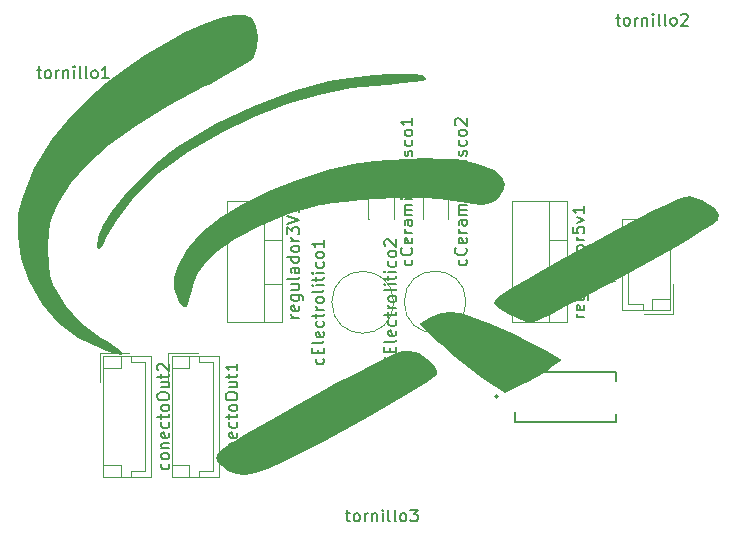
<source format=gbr>
%TF.GenerationSoftware,KiCad,Pcbnew,8.0.4*%
%TF.CreationDate,2024-08-09T17:24:51-06:00*%
%TF.ProjectId,ePotencia,65506f74-656e-4636-9961-2e6b69636164,rev?*%
%TF.SameCoordinates,Original*%
%TF.FileFunction,Legend,Top*%
%TF.FilePolarity,Positive*%
%FSLAX46Y46*%
G04 Gerber Fmt 4.6, Leading zero omitted, Abs format (unit mm)*
G04 Created by KiCad (PCBNEW 8.0.4) date 2024-08-09 17:24:51*
%MOMM*%
%LPD*%
G01*
G04 APERTURE LIST*
%ADD10C,0.150000*%
%ADD11C,0.120023*%
%ADD12C,0.120000*%
%ADD13C,0.000000*%
%ADD14C,0.127000*%
%ADD15C,0.200000*%
G04 APERTURE END LIST*
D10*
X136249819Y-108599286D02*
X135583152Y-108599286D01*
X135773628Y-108599286D02*
X135678390Y-108551667D01*
X135678390Y-108551667D02*
X135630771Y-108504048D01*
X135630771Y-108504048D02*
X135583152Y-108408810D01*
X135583152Y-108408810D02*
X135583152Y-108313572D01*
X136202200Y-107599286D02*
X136249819Y-107694524D01*
X136249819Y-107694524D02*
X136249819Y-107885000D01*
X136249819Y-107885000D02*
X136202200Y-107980238D01*
X136202200Y-107980238D02*
X136106961Y-108027857D01*
X136106961Y-108027857D02*
X135726009Y-108027857D01*
X135726009Y-108027857D02*
X135630771Y-107980238D01*
X135630771Y-107980238D02*
X135583152Y-107885000D01*
X135583152Y-107885000D02*
X135583152Y-107694524D01*
X135583152Y-107694524D02*
X135630771Y-107599286D01*
X135630771Y-107599286D02*
X135726009Y-107551667D01*
X135726009Y-107551667D02*
X135821247Y-107551667D01*
X135821247Y-107551667D02*
X135916485Y-108027857D01*
X135583152Y-106694524D02*
X136392676Y-106694524D01*
X136392676Y-106694524D02*
X136487914Y-106742143D01*
X136487914Y-106742143D02*
X136535533Y-106789762D01*
X136535533Y-106789762D02*
X136583152Y-106885000D01*
X136583152Y-106885000D02*
X136583152Y-107027857D01*
X136583152Y-107027857D02*
X136535533Y-107123095D01*
X136202200Y-106694524D02*
X136249819Y-106789762D01*
X136249819Y-106789762D02*
X136249819Y-106980238D01*
X136249819Y-106980238D02*
X136202200Y-107075476D01*
X136202200Y-107075476D02*
X136154580Y-107123095D01*
X136154580Y-107123095D02*
X136059342Y-107170714D01*
X136059342Y-107170714D02*
X135773628Y-107170714D01*
X135773628Y-107170714D02*
X135678390Y-107123095D01*
X135678390Y-107123095D02*
X135630771Y-107075476D01*
X135630771Y-107075476D02*
X135583152Y-106980238D01*
X135583152Y-106980238D02*
X135583152Y-106789762D01*
X135583152Y-106789762D02*
X135630771Y-106694524D01*
X135583152Y-105789762D02*
X136249819Y-105789762D01*
X135583152Y-106218333D02*
X136106961Y-106218333D01*
X136106961Y-106218333D02*
X136202200Y-106170714D01*
X136202200Y-106170714D02*
X136249819Y-106075476D01*
X136249819Y-106075476D02*
X136249819Y-105932619D01*
X136249819Y-105932619D02*
X136202200Y-105837381D01*
X136202200Y-105837381D02*
X136154580Y-105789762D01*
X136249819Y-105170714D02*
X136202200Y-105265952D01*
X136202200Y-105265952D02*
X136106961Y-105313571D01*
X136106961Y-105313571D02*
X135249819Y-105313571D01*
X136249819Y-104361190D02*
X135726009Y-104361190D01*
X135726009Y-104361190D02*
X135630771Y-104408809D01*
X135630771Y-104408809D02*
X135583152Y-104504047D01*
X135583152Y-104504047D02*
X135583152Y-104694523D01*
X135583152Y-104694523D02*
X135630771Y-104789761D01*
X136202200Y-104361190D02*
X136249819Y-104456428D01*
X136249819Y-104456428D02*
X136249819Y-104694523D01*
X136249819Y-104694523D02*
X136202200Y-104789761D01*
X136202200Y-104789761D02*
X136106961Y-104837380D01*
X136106961Y-104837380D02*
X136011723Y-104837380D01*
X136011723Y-104837380D02*
X135916485Y-104789761D01*
X135916485Y-104789761D02*
X135868866Y-104694523D01*
X135868866Y-104694523D02*
X135868866Y-104456428D01*
X135868866Y-104456428D02*
X135821247Y-104361190D01*
X136249819Y-103456428D02*
X135249819Y-103456428D01*
X136202200Y-103456428D02*
X136249819Y-103551666D01*
X136249819Y-103551666D02*
X136249819Y-103742142D01*
X136249819Y-103742142D02*
X136202200Y-103837380D01*
X136202200Y-103837380D02*
X136154580Y-103884999D01*
X136154580Y-103884999D02*
X136059342Y-103932618D01*
X136059342Y-103932618D02*
X135773628Y-103932618D01*
X135773628Y-103932618D02*
X135678390Y-103884999D01*
X135678390Y-103884999D02*
X135630771Y-103837380D01*
X135630771Y-103837380D02*
X135583152Y-103742142D01*
X135583152Y-103742142D02*
X135583152Y-103551666D01*
X135583152Y-103551666D02*
X135630771Y-103456428D01*
X136249819Y-102837380D02*
X136202200Y-102932618D01*
X136202200Y-102932618D02*
X136154580Y-102980237D01*
X136154580Y-102980237D02*
X136059342Y-103027856D01*
X136059342Y-103027856D02*
X135773628Y-103027856D01*
X135773628Y-103027856D02*
X135678390Y-102980237D01*
X135678390Y-102980237D02*
X135630771Y-102932618D01*
X135630771Y-102932618D02*
X135583152Y-102837380D01*
X135583152Y-102837380D02*
X135583152Y-102694523D01*
X135583152Y-102694523D02*
X135630771Y-102599285D01*
X135630771Y-102599285D02*
X135678390Y-102551666D01*
X135678390Y-102551666D02*
X135773628Y-102504047D01*
X135773628Y-102504047D02*
X136059342Y-102504047D01*
X136059342Y-102504047D02*
X136154580Y-102551666D01*
X136154580Y-102551666D02*
X136202200Y-102599285D01*
X136202200Y-102599285D02*
X136249819Y-102694523D01*
X136249819Y-102694523D02*
X136249819Y-102837380D01*
X136249819Y-102075475D02*
X135583152Y-102075475D01*
X135773628Y-102075475D02*
X135678390Y-102027856D01*
X135678390Y-102027856D02*
X135630771Y-101980237D01*
X135630771Y-101980237D02*
X135583152Y-101884999D01*
X135583152Y-101884999D02*
X135583152Y-101789761D01*
X135249819Y-101551665D02*
X135249819Y-100932618D01*
X135249819Y-100932618D02*
X135630771Y-101265951D01*
X135630771Y-101265951D02*
X135630771Y-101123094D01*
X135630771Y-101123094D02*
X135678390Y-101027856D01*
X135678390Y-101027856D02*
X135726009Y-100980237D01*
X135726009Y-100980237D02*
X135821247Y-100932618D01*
X135821247Y-100932618D02*
X136059342Y-100932618D01*
X136059342Y-100932618D02*
X136154580Y-100980237D01*
X136154580Y-100980237D02*
X136202200Y-101027856D01*
X136202200Y-101027856D02*
X136249819Y-101123094D01*
X136249819Y-101123094D02*
X136249819Y-101408808D01*
X136249819Y-101408808D02*
X136202200Y-101504046D01*
X136202200Y-101504046D02*
X136154580Y-101551665D01*
X135249819Y-100646903D02*
X136249819Y-100313570D01*
X136249819Y-100313570D02*
X135249819Y-99980237D01*
X136249819Y-99123094D02*
X136249819Y-99694522D01*
X136249819Y-99408808D02*
X135249819Y-99408808D01*
X135249819Y-99408808D02*
X135392676Y-99504046D01*
X135392676Y-99504046D02*
X135487914Y-99599284D01*
X135487914Y-99599284D02*
X135535533Y-99694522D01*
X163054761Y-83206326D02*
X163435713Y-83206326D01*
X163197618Y-82872993D02*
X163197618Y-83730135D01*
X163197618Y-83730135D02*
X163245237Y-83825374D01*
X163245237Y-83825374D02*
X163340475Y-83872993D01*
X163340475Y-83872993D02*
X163435713Y-83872993D01*
X163911904Y-83872993D02*
X163816666Y-83825374D01*
X163816666Y-83825374D02*
X163769047Y-83777754D01*
X163769047Y-83777754D02*
X163721428Y-83682516D01*
X163721428Y-83682516D02*
X163721428Y-83396802D01*
X163721428Y-83396802D02*
X163769047Y-83301564D01*
X163769047Y-83301564D02*
X163816666Y-83253945D01*
X163816666Y-83253945D02*
X163911904Y-83206326D01*
X163911904Y-83206326D02*
X164054761Y-83206326D01*
X164054761Y-83206326D02*
X164149999Y-83253945D01*
X164149999Y-83253945D02*
X164197618Y-83301564D01*
X164197618Y-83301564D02*
X164245237Y-83396802D01*
X164245237Y-83396802D02*
X164245237Y-83682516D01*
X164245237Y-83682516D02*
X164197618Y-83777754D01*
X164197618Y-83777754D02*
X164149999Y-83825374D01*
X164149999Y-83825374D02*
X164054761Y-83872993D01*
X164054761Y-83872993D02*
X163911904Y-83872993D01*
X164673809Y-83872993D02*
X164673809Y-83206326D01*
X164673809Y-83396802D02*
X164721428Y-83301564D01*
X164721428Y-83301564D02*
X164769047Y-83253945D01*
X164769047Y-83253945D02*
X164864285Y-83206326D01*
X164864285Y-83206326D02*
X164959523Y-83206326D01*
X165292857Y-83206326D02*
X165292857Y-83872993D01*
X165292857Y-83301564D02*
X165340476Y-83253945D01*
X165340476Y-83253945D02*
X165435714Y-83206326D01*
X165435714Y-83206326D02*
X165578571Y-83206326D01*
X165578571Y-83206326D02*
X165673809Y-83253945D01*
X165673809Y-83253945D02*
X165721428Y-83349183D01*
X165721428Y-83349183D02*
X165721428Y-83872993D01*
X166197619Y-83872993D02*
X166197619Y-83206326D01*
X166197619Y-82872993D02*
X166150000Y-82920612D01*
X166150000Y-82920612D02*
X166197619Y-82968231D01*
X166197619Y-82968231D02*
X166245238Y-82920612D01*
X166245238Y-82920612D02*
X166197619Y-82872993D01*
X166197619Y-82872993D02*
X166197619Y-82968231D01*
X166816666Y-83872993D02*
X166721428Y-83825374D01*
X166721428Y-83825374D02*
X166673809Y-83730135D01*
X166673809Y-83730135D02*
X166673809Y-82872993D01*
X167340476Y-83872993D02*
X167245238Y-83825374D01*
X167245238Y-83825374D02*
X167197619Y-83730135D01*
X167197619Y-83730135D02*
X167197619Y-82872993D01*
X167864286Y-83872993D02*
X167769048Y-83825374D01*
X167769048Y-83825374D02*
X167721429Y-83777754D01*
X167721429Y-83777754D02*
X167673810Y-83682516D01*
X167673810Y-83682516D02*
X167673810Y-83396802D01*
X167673810Y-83396802D02*
X167721429Y-83301564D01*
X167721429Y-83301564D02*
X167769048Y-83253945D01*
X167769048Y-83253945D02*
X167864286Y-83206326D01*
X167864286Y-83206326D02*
X168007143Y-83206326D01*
X168007143Y-83206326D02*
X168102381Y-83253945D01*
X168102381Y-83253945D02*
X168150000Y-83301564D01*
X168150000Y-83301564D02*
X168197619Y-83396802D01*
X168197619Y-83396802D02*
X168197619Y-83682516D01*
X168197619Y-83682516D02*
X168150000Y-83777754D01*
X168150000Y-83777754D02*
X168102381Y-83825374D01*
X168102381Y-83825374D02*
X168007143Y-83872993D01*
X168007143Y-83872993D02*
X167864286Y-83872993D01*
X168578572Y-82968231D02*
X168626191Y-82920612D01*
X168626191Y-82920612D02*
X168721429Y-82872993D01*
X168721429Y-82872993D02*
X168959524Y-82872993D01*
X168959524Y-82872993D02*
X169054762Y-82920612D01*
X169054762Y-82920612D02*
X169102381Y-82968231D01*
X169102381Y-82968231D02*
X169150000Y-83063469D01*
X169150000Y-83063469D02*
X169150000Y-83158707D01*
X169150000Y-83158707D02*
X169102381Y-83301564D01*
X169102381Y-83301564D02*
X168530953Y-83872993D01*
X168530953Y-83872993D02*
X169150000Y-83872993D01*
X161979819Y-105791666D02*
X162979819Y-105458333D01*
X162979819Y-105458333D02*
X161979819Y-105125000D01*
X162932200Y-104363095D02*
X162979819Y-104458333D01*
X162979819Y-104458333D02*
X162979819Y-104648809D01*
X162979819Y-104648809D02*
X162932200Y-104744047D01*
X162932200Y-104744047D02*
X162884580Y-104791666D01*
X162884580Y-104791666D02*
X162789342Y-104839285D01*
X162789342Y-104839285D02*
X162503628Y-104839285D01*
X162503628Y-104839285D02*
X162408390Y-104791666D01*
X162408390Y-104791666D02*
X162360771Y-104744047D01*
X162360771Y-104744047D02*
X162313152Y-104648809D01*
X162313152Y-104648809D02*
X162313152Y-104458333D01*
X162313152Y-104458333D02*
X162360771Y-104363095D01*
X162932200Y-103505952D02*
X162979819Y-103601190D01*
X162979819Y-103601190D02*
X162979819Y-103791666D01*
X162979819Y-103791666D02*
X162932200Y-103886904D01*
X162932200Y-103886904D02*
X162884580Y-103934523D01*
X162884580Y-103934523D02*
X162789342Y-103982142D01*
X162789342Y-103982142D02*
X162503628Y-103982142D01*
X162503628Y-103982142D02*
X162408390Y-103934523D01*
X162408390Y-103934523D02*
X162360771Y-103886904D01*
X162360771Y-103886904D02*
X162313152Y-103791666D01*
X162313152Y-103791666D02*
X162313152Y-103601190D01*
X162313152Y-103601190D02*
X162360771Y-103505952D01*
X162979819Y-102553571D02*
X162979819Y-103124999D01*
X162979819Y-102839285D02*
X161979819Y-102839285D01*
X161979819Y-102839285D02*
X162122676Y-102934523D01*
X162122676Y-102934523D02*
X162217914Y-103029761D01*
X162217914Y-103029761D02*
X162265533Y-103124999D01*
X130957200Y-120975000D02*
X131004819Y-121070238D01*
X131004819Y-121070238D02*
X131004819Y-121260714D01*
X131004819Y-121260714D02*
X130957200Y-121355952D01*
X130957200Y-121355952D02*
X130909580Y-121403571D01*
X130909580Y-121403571D02*
X130814342Y-121451190D01*
X130814342Y-121451190D02*
X130528628Y-121451190D01*
X130528628Y-121451190D02*
X130433390Y-121403571D01*
X130433390Y-121403571D02*
X130385771Y-121355952D01*
X130385771Y-121355952D02*
X130338152Y-121260714D01*
X130338152Y-121260714D02*
X130338152Y-121070238D01*
X130338152Y-121070238D02*
X130385771Y-120975000D01*
X131004819Y-120403571D02*
X130957200Y-120498809D01*
X130957200Y-120498809D02*
X130909580Y-120546428D01*
X130909580Y-120546428D02*
X130814342Y-120594047D01*
X130814342Y-120594047D02*
X130528628Y-120594047D01*
X130528628Y-120594047D02*
X130433390Y-120546428D01*
X130433390Y-120546428D02*
X130385771Y-120498809D01*
X130385771Y-120498809D02*
X130338152Y-120403571D01*
X130338152Y-120403571D02*
X130338152Y-120260714D01*
X130338152Y-120260714D02*
X130385771Y-120165476D01*
X130385771Y-120165476D02*
X130433390Y-120117857D01*
X130433390Y-120117857D02*
X130528628Y-120070238D01*
X130528628Y-120070238D02*
X130814342Y-120070238D01*
X130814342Y-120070238D02*
X130909580Y-120117857D01*
X130909580Y-120117857D02*
X130957200Y-120165476D01*
X130957200Y-120165476D02*
X131004819Y-120260714D01*
X131004819Y-120260714D02*
X131004819Y-120403571D01*
X130338152Y-119641666D02*
X131004819Y-119641666D01*
X130433390Y-119641666D02*
X130385771Y-119594047D01*
X130385771Y-119594047D02*
X130338152Y-119498809D01*
X130338152Y-119498809D02*
X130338152Y-119355952D01*
X130338152Y-119355952D02*
X130385771Y-119260714D01*
X130385771Y-119260714D02*
X130481009Y-119213095D01*
X130481009Y-119213095D02*
X131004819Y-119213095D01*
X130957200Y-118355952D02*
X131004819Y-118451190D01*
X131004819Y-118451190D02*
X131004819Y-118641666D01*
X131004819Y-118641666D02*
X130957200Y-118736904D01*
X130957200Y-118736904D02*
X130861961Y-118784523D01*
X130861961Y-118784523D02*
X130481009Y-118784523D01*
X130481009Y-118784523D02*
X130385771Y-118736904D01*
X130385771Y-118736904D02*
X130338152Y-118641666D01*
X130338152Y-118641666D02*
X130338152Y-118451190D01*
X130338152Y-118451190D02*
X130385771Y-118355952D01*
X130385771Y-118355952D02*
X130481009Y-118308333D01*
X130481009Y-118308333D02*
X130576247Y-118308333D01*
X130576247Y-118308333D02*
X130671485Y-118784523D01*
X130957200Y-117451190D02*
X131004819Y-117546428D01*
X131004819Y-117546428D02*
X131004819Y-117736904D01*
X131004819Y-117736904D02*
X130957200Y-117832142D01*
X130957200Y-117832142D02*
X130909580Y-117879761D01*
X130909580Y-117879761D02*
X130814342Y-117927380D01*
X130814342Y-117927380D02*
X130528628Y-117927380D01*
X130528628Y-117927380D02*
X130433390Y-117879761D01*
X130433390Y-117879761D02*
X130385771Y-117832142D01*
X130385771Y-117832142D02*
X130338152Y-117736904D01*
X130338152Y-117736904D02*
X130338152Y-117546428D01*
X130338152Y-117546428D02*
X130385771Y-117451190D01*
X130338152Y-117165475D02*
X130338152Y-116784523D01*
X130004819Y-117022618D02*
X130861961Y-117022618D01*
X130861961Y-117022618D02*
X130957200Y-116974999D01*
X130957200Y-116974999D02*
X131004819Y-116879761D01*
X131004819Y-116879761D02*
X131004819Y-116784523D01*
X131004819Y-116308332D02*
X130957200Y-116403570D01*
X130957200Y-116403570D02*
X130909580Y-116451189D01*
X130909580Y-116451189D02*
X130814342Y-116498808D01*
X130814342Y-116498808D02*
X130528628Y-116498808D01*
X130528628Y-116498808D02*
X130433390Y-116451189D01*
X130433390Y-116451189D02*
X130385771Y-116403570D01*
X130385771Y-116403570D02*
X130338152Y-116308332D01*
X130338152Y-116308332D02*
X130338152Y-116165475D01*
X130338152Y-116165475D02*
X130385771Y-116070237D01*
X130385771Y-116070237D02*
X130433390Y-116022618D01*
X130433390Y-116022618D02*
X130528628Y-115974999D01*
X130528628Y-115974999D02*
X130814342Y-115974999D01*
X130814342Y-115974999D02*
X130909580Y-116022618D01*
X130909580Y-116022618D02*
X130957200Y-116070237D01*
X130957200Y-116070237D02*
X131004819Y-116165475D01*
X131004819Y-116165475D02*
X131004819Y-116308332D01*
X130004819Y-115355951D02*
X130004819Y-115165475D01*
X130004819Y-115165475D02*
X130052438Y-115070237D01*
X130052438Y-115070237D02*
X130147676Y-114974999D01*
X130147676Y-114974999D02*
X130338152Y-114927380D01*
X130338152Y-114927380D02*
X130671485Y-114927380D01*
X130671485Y-114927380D02*
X130861961Y-114974999D01*
X130861961Y-114974999D02*
X130957200Y-115070237D01*
X130957200Y-115070237D02*
X131004819Y-115165475D01*
X131004819Y-115165475D02*
X131004819Y-115355951D01*
X131004819Y-115355951D02*
X130957200Y-115451189D01*
X130957200Y-115451189D02*
X130861961Y-115546427D01*
X130861961Y-115546427D02*
X130671485Y-115594046D01*
X130671485Y-115594046D02*
X130338152Y-115594046D01*
X130338152Y-115594046D02*
X130147676Y-115546427D01*
X130147676Y-115546427D02*
X130052438Y-115451189D01*
X130052438Y-115451189D02*
X130004819Y-115355951D01*
X130338152Y-114070237D02*
X131004819Y-114070237D01*
X130338152Y-114498808D02*
X130861961Y-114498808D01*
X130861961Y-114498808D02*
X130957200Y-114451189D01*
X130957200Y-114451189D02*
X131004819Y-114355951D01*
X131004819Y-114355951D02*
X131004819Y-114213094D01*
X131004819Y-114213094D02*
X130957200Y-114117856D01*
X130957200Y-114117856D02*
X130909580Y-114070237D01*
X130338152Y-113736903D02*
X130338152Y-113355951D01*
X130004819Y-113594046D02*
X130861961Y-113594046D01*
X130861961Y-113594046D02*
X130957200Y-113546427D01*
X130957200Y-113546427D02*
X131004819Y-113451189D01*
X131004819Y-113451189D02*
X131004819Y-113355951D01*
X131004819Y-112498808D02*
X131004819Y-113070236D01*
X131004819Y-112784522D02*
X130004819Y-112784522D01*
X130004819Y-112784522D02*
X130147676Y-112879760D01*
X130147676Y-112879760D02*
X130242914Y-112974998D01*
X130242914Y-112974998D02*
X130290533Y-113070236D01*
X114029761Y-87656326D02*
X114410713Y-87656326D01*
X114172618Y-87322993D02*
X114172618Y-88180135D01*
X114172618Y-88180135D02*
X114220237Y-88275374D01*
X114220237Y-88275374D02*
X114315475Y-88322993D01*
X114315475Y-88322993D02*
X114410713Y-88322993D01*
X114886904Y-88322993D02*
X114791666Y-88275374D01*
X114791666Y-88275374D02*
X114744047Y-88227754D01*
X114744047Y-88227754D02*
X114696428Y-88132516D01*
X114696428Y-88132516D02*
X114696428Y-87846802D01*
X114696428Y-87846802D02*
X114744047Y-87751564D01*
X114744047Y-87751564D02*
X114791666Y-87703945D01*
X114791666Y-87703945D02*
X114886904Y-87656326D01*
X114886904Y-87656326D02*
X115029761Y-87656326D01*
X115029761Y-87656326D02*
X115124999Y-87703945D01*
X115124999Y-87703945D02*
X115172618Y-87751564D01*
X115172618Y-87751564D02*
X115220237Y-87846802D01*
X115220237Y-87846802D02*
X115220237Y-88132516D01*
X115220237Y-88132516D02*
X115172618Y-88227754D01*
X115172618Y-88227754D02*
X115124999Y-88275374D01*
X115124999Y-88275374D02*
X115029761Y-88322993D01*
X115029761Y-88322993D02*
X114886904Y-88322993D01*
X115648809Y-88322993D02*
X115648809Y-87656326D01*
X115648809Y-87846802D02*
X115696428Y-87751564D01*
X115696428Y-87751564D02*
X115744047Y-87703945D01*
X115744047Y-87703945D02*
X115839285Y-87656326D01*
X115839285Y-87656326D02*
X115934523Y-87656326D01*
X116267857Y-87656326D02*
X116267857Y-88322993D01*
X116267857Y-87751564D02*
X116315476Y-87703945D01*
X116315476Y-87703945D02*
X116410714Y-87656326D01*
X116410714Y-87656326D02*
X116553571Y-87656326D01*
X116553571Y-87656326D02*
X116648809Y-87703945D01*
X116648809Y-87703945D02*
X116696428Y-87799183D01*
X116696428Y-87799183D02*
X116696428Y-88322993D01*
X117172619Y-88322993D02*
X117172619Y-87656326D01*
X117172619Y-87322993D02*
X117125000Y-87370612D01*
X117125000Y-87370612D02*
X117172619Y-87418231D01*
X117172619Y-87418231D02*
X117220238Y-87370612D01*
X117220238Y-87370612D02*
X117172619Y-87322993D01*
X117172619Y-87322993D02*
X117172619Y-87418231D01*
X117791666Y-88322993D02*
X117696428Y-88275374D01*
X117696428Y-88275374D02*
X117648809Y-88180135D01*
X117648809Y-88180135D02*
X117648809Y-87322993D01*
X118315476Y-88322993D02*
X118220238Y-88275374D01*
X118220238Y-88275374D02*
X118172619Y-88180135D01*
X118172619Y-88180135D02*
X118172619Y-87322993D01*
X118839286Y-88322993D02*
X118744048Y-88275374D01*
X118744048Y-88275374D02*
X118696429Y-88227754D01*
X118696429Y-88227754D02*
X118648810Y-88132516D01*
X118648810Y-88132516D02*
X118648810Y-87846802D01*
X118648810Y-87846802D02*
X118696429Y-87751564D01*
X118696429Y-87751564D02*
X118744048Y-87703945D01*
X118744048Y-87703945D02*
X118839286Y-87656326D01*
X118839286Y-87656326D02*
X118982143Y-87656326D01*
X118982143Y-87656326D02*
X119077381Y-87703945D01*
X119077381Y-87703945D02*
X119125000Y-87751564D01*
X119125000Y-87751564D02*
X119172619Y-87846802D01*
X119172619Y-87846802D02*
X119172619Y-88132516D01*
X119172619Y-88132516D02*
X119125000Y-88227754D01*
X119125000Y-88227754D02*
X119077381Y-88275374D01*
X119077381Y-88275374D02*
X118982143Y-88322993D01*
X118982143Y-88322993D02*
X118839286Y-88322993D01*
X120125000Y-88322993D02*
X119553572Y-88322993D01*
X119839286Y-88322993D02*
X119839286Y-87322993D01*
X119839286Y-87322993D02*
X119744048Y-87465850D01*
X119744048Y-87465850D02*
X119648810Y-87561088D01*
X119648810Y-87561088D02*
X119553572Y-87608707D01*
X140179761Y-125181326D02*
X140560713Y-125181326D01*
X140322618Y-124847993D02*
X140322618Y-125705135D01*
X140322618Y-125705135D02*
X140370237Y-125800374D01*
X140370237Y-125800374D02*
X140465475Y-125847993D01*
X140465475Y-125847993D02*
X140560713Y-125847993D01*
X141036904Y-125847993D02*
X140941666Y-125800374D01*
X140941666Y-125800374D02*
X140894047Y-125752754D01*
X140894047Y-125752754D02*
X140846428Y-125657516D01*
X140846428Y-125657516D02*
X140846428Y-125371802D01*
X140846428Y-125371802D02*
X140894047Y-125276564D01*
X140894047Y-125276564D02*
X140941666Y-125228945D01*
X140941666Y-125228945D02*
X141036904Y-125181326D01*
X141036904Y-125181326D02*
X141179761Y-125181326D01*
X141179761Y-125181326D02*
X141274999Y-125228945D01*
X141274999Y-125228945D02*
X141322618Y-125276564D01*
X141322618Y-125276564D02*
X141370237Y-125371802D01*
X141370237Y-125371802D02*
X141370237Y-125657516D01*
X141370237Y-125657516D02*
X141322618Y-125752754D01*
X141322618Y-125752754D02*
X141274999Y-125800374D01*
X141274999Y-125800374D02*
X141179761Y-125847993D01*
X141179761Y-125847993D02*
X141036904Y-125847993D01*
X141798809Y-125847993D02*
X141798809Y-125181326D01*
X141798809Y-125371802D02*
X141846428Y-125276564D01*
X141846428Y-125276564D02*
X141894047Y-125228945D01*
X141894047Y-125228945D02*
X141989285Y-125181326D01*
X141989285Y-125181326D02*
X142084523Y-125181326D01*
X142417857Y-125181326D02*
X142417857Y-125847993D01*
X142417857Y-125276564D02*
X142465476Y-125228945D01*
X142465476Y-125228945D02*
X142560714Y-125181326D01*
X142560714Y-125181326D02*
X142703571Y-125181326D01*
X142703571Y-125181326D02*
X142798809Y-125228945D01*
X142798809Y-125228945D02*
X142846428Y-125324183D01*
X142846428Y-125324183D02*
X142846428Y-125847993D01*
X143322619Y-125847993D02*
X143322619Y-125181326D01*
X143322619Y-124847993D02*
X143275000Y-124895612D01*
X143275000Y-124895612D02*
X143322619Y-124943231D01*
X143322619Y-124943231D02*
X143370238Y-124895612D01*
X143370238Y-124895612D02*
X143322619Y-124847993D01*
X143322619Y-124847993D02*
X143322619Y-124943231D01*
X143941666Y-125847993D02*
X143846428Y-125800374D01*
X143846428Y-125800374D02*
X143798809Y-125705135D01*
X143798809Y-125705135D02*
X143798809Y-124847993D01*
X144465476Y-125847993D02*
X144370238Y-125800374D01*
X144370238Y-125800374D02*
X144322619Y-125705135D01*
X144322619Y-125705135D02*
X144322619Y-124847993D01*
X144989286Y-125847993D02*
X144894048Y-125800374D01*
X144894048Y-125800374D02*
X144846429Y-125752754D01*
X144846429Y-125752754D02*
X144798810Y-125657516D01*
X144798810Y-125657516D02*
X144798810Y-125371802D01*
X144798810Y-125371802D02*
X144846429Y-125276564D01*
X144846429Y-125276564D02*
X144894048Y-125228945D01*
X144894048Y-125228945D02*
X144989286Y-125181326D01*
X144989286Y-125181326D02*
X145132143Y-125181326D01*
X145132143Y-125181326D02*
X145227381Y-125228945D01*
X145227381Y-125228945D02*
X145275000Y-125276564D01*
X145275000Y-125276564D02*
X145322619Y-125371802D01*
X145322619Y-125371802D02*
X145322619Y-125657516D01*
X145322619Y-125657516D02*
X145275000Y-125752754D01*
X145275000Y-125752754D02*
X145227381Y-125800374D01*
X145227381Y-125800374D02*
X145132143Y-125847993D01*
X145132143Y-125847993D02*
X144989286Y-125847993D01*
X145655953Y-124847993D02*
X146275000Y-124847993D01*
X146275000Y-124847993D02*
X145941667Y-125228945D01*
X145941667Y-125228945D02*
X146084524Y-125228945D01*
X146084524Y-125228945D02*
X146179762Y-125276564D01*
X146179762Y-125276564D02*
X146227381Y-125324183D01*
X146227381Y-125324183D02*
X146275000Y-125419421D01*
X146275000Y-125419421D02*
X146275000Y-125657516D01*
X146275000Y-125657516D02*
X146227381Y-125752754D01*
X146227381Y-125752754D02*
X146179762Y-125800374D01*
X146179762Y-125800374D02*
X146084524Y-125847993D01*
X146084524Y-125847993D02*
X145798810Y-125847993D01*
X145798810Y-125847993D02*
X145703572Y-125800374D01*
X145703572Y-125800374D02*
X145655953Y-125752754D01*
X150382200Y-103688095D02*
X150429819Y-103783333D01*
X150429819Y-103783333D02*
X150429819Y-103973809D01*
X150429819Y-103973809D02*
X150382200Y-104069047D01*
X150382200Y-104069047D02*
X150334580Y-104116666D01*
X150334580Y-104116666D02*
X150239342Y-104164285D01*
X150239342Y-104164285D02*
X149953628Y-104164285D01*
X149953628Y-104164285D02*
X149858390Y-104116666D01*
X149858390Y-104116666D02*
X149810771Y-104069047D01*
X149810771Y-104069047D02*
X149763152Y-103973809D01*
X149763152Y-103973809D02*
X149763152Y-103783333D01*
X149763152Y-103783333D02*
X149810771Y-103688095D01*
X150334580Y-102688095D02*
X150382200Y-102735714D01*
X150382200Y-102735714D02*
X150429819Y-102878571D01*
X150429819Y-102878571D02*
X150429819Y-102973809D01*
X150429819Y-102973809D02*
X150382200Y-103116666D01*
X150382200Y-103116666D02*
X150286961Y-103211904D01*
X150286961Y-103211904D02*
X150191723Y-103259523D01*
X150191723Y-103259523D02*
X150001247Y-103307142D01*
X150001247Y-103307142D02*
X149858390Y-103307142D01*
X149858390Y-103307142D02*
X149667914Y-103259523D01*
X149667914Y-103259523D02*
X149572676Y-103211904D01*
X149572676Y-103211904D02*
X149477438Y-103116666D01*
X149477438Y-103116666D02*
X149429819Y-102973809D01*
X149429819Y-102973809D02*
X149429819Y-102878571D01*
X149429819Y-102878571D02*
X149477438Y-102735714D01*
X149477438Y-102735714D02*
X149525057Y-102688095D01*
X150382200Y-101878571D02*
X150429819Y-101973809D01*
X150429819Y-101973809D02*
X150429819Y-102164285D01*
X150429819Y-102164285D02*
X150382200Y-102259523D01*
X150382200Y-102259523D02*
X150286961Y-102307142D01*
X150286961Y-102307142D02*
X149906009Y-102307142D01*
X149906009Y-102307142D02*
X149810771Y-102259523D01*
X149810771Y-102259523D02*
X149763152Y-102164285D01*
X149763152Y-102164285D02*
X149763152Y-101973809D01*
X149763152Y-101973809D02*
X149810771Y-101878571D01*
X149810771Y-101878571D02*
X149906009Y-101830952D01*
X149906009Y-101830952D02*
X150001247Y-101830952D01*
X150001247Y-101830952D02*
X150096485Y-102307142D01*
X150429819Y-101402380D02*
X149763152Y-101402380D01*
X149953628Y-101402380D02*
X149858390Y-101354761D01*
X149858390Y-101354761D02*
X149810771Y-101307142D01*
X149810771Y-101307142D02*
X149763152Y-101211904D01*
X149763152Y-101211904D02*
X149763152Y-101116666D01*
X150429819Y-100354761D02*
X149906009Y-100354761D01*
X149906009Y-100354761D02*
X149810771Y-100402380D01*
X149810771Y-100402380D02*
X149763152Y-100497618D01*
X149763152Y-100497618D02*
X149763152Y-100688094D01*
X149763152Y-100688094D02*
X149810771Y-100783332D01*
X150382200Y-100354761D02*
X150429819Y-100449999D01*
X150429819Y-100449999D02*
X150429819Y-100688094D01*
X150429819Y-100688094D02*
X150382200Y-100783332D01*
X150382200Y-100783332D02*
X150286961Y-100830951D01*
X150286961Y-100830951D02*
X150191723Y-100830951D01*
X150191723Y-100830951D02*
X150096485Y-100783332D01*
X150096485Y-100783332D02*
X150048866Y-100688094D01*
X150048866Y-100688094D02*
X150048866Y-100449999D01*
X150048866Y-100449999D02*
X150001247Y-100354761D01*
X150429819Y-99878570D02*
X149763152Y-99878570D01*
X149858390Y-99878570D02*
X149810771Y-99830951D01*
X149810771Y-99830951D02*
X149763152Y-99735713D01*
X149763152Y-99735713D02*
X149763152Y-99592856D01*
X149763152Y-99592856D02*
X149810771Y-99497618D01*
X149810771Y-99497618D02*
X149906009Y-99449999D01*
X149906009Y-99449999D02*
X150429819Y-99449999D01*
X149906009Y-99449999D02*
X149810771Y-99402380D01*
X149810771Y-99402380D02*
X149763152Y-99307142D01*
X149763152Y-99307142D02*
X149763152Y-99164285D01*
X149763152Y-99164285D02*
X149810771Y-99069046D01*
X149810771Y-99069046D02*
X149906009Y-99021427D01*
X149906009Y-99021427D02*
X150429819Y-99021427D01*
X150429819Y-98545237D02*
X149763152Y-98545237D01*
X149429819Y-98545237D02*
X149477438Y-98592856D01*
X149477438Y-98592856D02*
X149525057Y-98545237D01*
X149525057Y-98545237D02*
X149477438Y-98497618D01*
X149477438Y-98497618D02*
X149429819Y-98545237D01*
X149429819Y-98545237D02*
X149525057Y-98545237D01*
X150382200Y-97640476D02*
X150429819Y-97735714D01*
X150429819Y-97735714D02*
X150429819Y-97926190D01*
X150429819Y-97926190D02*
X150382200Y-98021428D01*
X150382200Y-98021428D02*
X150334580Y-98069047D01*
X150334580Y-98069047D02*
X150239342Y-98116666D01*
X150239342Y-98116666D02*
X149953628Y-98116666D01*
X149953628Y-98116666D02*
X149858390Y-98069047D01*
X149858390Y-98069047D02*
X149810771Y-98021428D01*
X149810771Y-98021428D02*
X149763152Y-97926190D01*
X149763152Y-97926190D02*
X149763152Y-97735714D01*
X149763152Y-97735714D02*
X149810771Y-97640476D01*
X150429819Y-97069047D02*
X150382200Y-97164285D01*
X150382200Y-97164285D02*
X150334580Y-97211904D01*
X150334580Y-97211904D02*
X150239342Y-97259523D01*
X150239342Y-97259523D02*
X149953628Y-97259523D01*
X149953628Y-97259523D02*
X149858390Y-97211904D01*
X149858390Y-97211904D02*
X149810771Y-97164285D01*
X149810771Y-97164285D02*
X149763152Y-97069047D01*
X149763152Y-97069047D02*
X149763152Y-96926190D01*
X149763152Y-96926190D02*
X149810771Y-96830952D01*
X149810771Y-96830952D02*
X149858390Y-96783333D01*
X149858390Y-96783333D02*
X149953628Y-96735714D01*
X149953628Y-96735714D02*
X150239342Y-96735714D01*
X150239342Y-96735714D02*
X150334580Y-96783333D01*
X150334580Y-96783333D02*
X150382200Y-96830952D01*
X150382200Y-96830952D02*
X150429819Y-96926190D01*
X150429819Y-96926190D02*
X150429819Y-97069047D01*
X150429819Y-96307142D02*
X149429819Y-96307142D01*
X149429819Y-96307142D02*
X149429819Y-96069047D01*
X149429819Y-96069047D02*
X149477438Y-95926190D01*
X149477438Y-95926190D02*
X149572676Y-95830952D01*
X149572676Y-95830952D02*
X149667914Y-95783333D01*
X149667914Y-95783333D02*
X149858390Y-95735714D01*
X149858390Y-95735714D02*
X150001247Y-95735714D01*
X150001247Y-95735714D02*
X150191723Y-95783333D01*
X150191723Y-95783333D02*
X150286961Y-95830952D01*
X150286961Y-95830952D02*
X150382200Y-95926190D01*
X150382200Y-95926190D02*
X150429819Y-96069047D01*
X150429819Y-96069047D02*
X150429819Y-96307142D01*
X150429819Y-95307142D02*
X149763152Y-95307142D01*
X149429819Y-95307142D02*
X149477438Y-95354761D01*
X149477438Y-95354761D02*
X149525057Y-95307142D01*
X149525057Y-95307142D02*
X149477438Y-95259523D01*
X149477438Y-95259523D02*
X149429819Y-95307142D01*
X149429819Y-95307142D02*
X149525057Y-95307142D01*
X150382200Y-94878571D02*
X150429819Y-94783333D01*
X150429819Y-94783333D02*
X150429819Y-94592857D01*
X150429819Y-94592857D02*
X150382200Y-94497619D01*
X150382200Y-94497619D02*
X150286961Y-94450000D01*
X150286961Y-94450000D02*
X150239342Y-94450000D01*
X150239342Y-94450000D02*
X150144104Y-94497619D01*
X150144104Y-94497619D02*
X150096485Y-94592857D01*
X150096485Y-94592857D02*
X150096485Y-94735714D01*
X150096485Y-94735714D02*
X150048866Y-94830952D01*
X150048866Y-94830952D02*
X149953628Y-94878571D01*
X149953628Y-94878571D02*
X149906009Y-94878571D01*
X149906009Y-94878571D02*
X149810771Y-94830952D01*
X149810771Y-94830952D02*
X149763152Y-94735714D01*
X149763152Y-94735714D02*
X149763152Y-94592857D01*
X149763152Y-94592857D02*
X149810771Y-94497619D01*
X150382200Y-93592857D02*
X150429819Y-93688095D01*
X150429819Y-93688095D02*
X150429819Y-93878571D01*
X150429819Y-93878571D02*
X150382200Y-93973809D01*
X150382200Y-93973809D02*
X150334580Y-94021428D01*
X150334580Y-94021428D02*
X150239342Y-94069047D01*
X150239342Y-94069047D02*
X149953628Y-94069047D01*
X149953628Y-94069047D02*
X149858390Y-94021428D01*
X149858390Y-94021428D02*
X149810771Y-93973809D01*
X149810771Y-93973809D02*
X149763152Y-93878571D01*
X149763152Y-93878571D02*
X149763152Y-93688095D01*
X149763152Y-93688095D02*
X149810771Y-93592857D01*
X150429819Y-93021428D02*
X150382200Y-93116666D01*
X150382200Y-93116666D02*
X150334580Y-93164285D01*
X150334580Y-93164285D02*
X150239342Y-93211904D01*
X150239342Y-93211904D02*
X149953628Y-93211904D01*
X149953628Y-93211904D02*
X149858390Y-93164285D01*
X149858390Y-93164285D02*
X149810771Y-93116666D01*
X149810771Y-93116666D02*
X149763152Y-93021428D01*
X149763152Y-93021428D02*
X149763152Y-92878571D01*
X149763152Y-92878571D02*
X149810771Y-92783333D01*
X149810771Y-92783333D02*
X149858390Y-92735714D01*
X149858390Y-92735714D02*
X149953628Y-92688095D01*
X149953628Y-92688095D02*
X150239342Y-92688095D01*
X150239342Y-92688095D02*
X150334580Y-92735714D01*
X150334580Y-92735714D02*
X150382200Y-92783333D01*
X150382200Y-92783333D02*
X150429819Y-92878571D01*
X150429819Y-92878571D02*
X150429819Y-93021428D01*
X149525057Y-92307142D02*
X149477438Y-92259523D01*
X149477438Y-92259523D02*
X149429819Y-92164285D01*
X149429819Y-92164285D02*
X149429819Y-91926190D01*
X149429819Y-91926190D02*
X149477438Y-91830952D01*
X149477438Y-91830952D02*
X149525057Y-91783333D01*
X149525057Y-91783333D02*
X149620295Y-91735714D01*
X149620295Y-91735714D02*
X149715533Y-91735714D01*
X149715533Y-91735714D02*
X149858390Y-91783333D01*
X149858390Y-91783333D02*
X150429819Y-92354761D01*
X150429819Y-92354761D02*
X150429819Y-91735714D01*
X138282200Y-112061905D02*
X138329819Y-112157143D01*
X138329819Y-112157143D02*
X138329819Y-112347619D01*
X138329819Y-112347619D02*
X138282200Y-112442857D01*
X138282200Y-112442857D02*
X138234580Y-112490476D01*
X138234580Y-112490476D02*
X138139342Y-112538095D01*
X138139342Y-112538095D02*
X137853628Y-112538095D01*
X137853628Y-112538095D02*
X137758390Y-112490476D01*
X137758390Y-112490476D02*
X137710771Y-112442857D01*
X137710771Y-112442857D02*
X137663152Y-112347619D01*
X137663152Y-112347619D02*
X137663152Y-112157143D01*
X137663152Y-112157143D02*
X137710771Y-112061905D01*
X137806009Y-111633333D02*
X137806009Y-111300000D01*
X138329819Y-111157143D02*
X138329819Y-111633333D01*
X138329819Y-111633333D02*
X137329819Y-111633333D01*
X137329819Y-111633333D02*
X137329819Y-111157143D01*
X138329819Y-110585714D02*
X138282200Y-110680952D01*
X138282200Y-110680952D02*
X138186961Y-110728571D01*
X138186961Y-110728571D02*
X137329819Y-110728571D01*
X138282200Y-109823809D02*
X138329819Y-109919047D01*
X138329819Y-109919047D02*
X138329819Y-110109523D01*
X138329819Y-110109523D02*
X138282200Y-110204761D01*
X138282200Y-110204761D02*
X138186961Y-110252380D01*
X138186961Y-110252380D02*
X137806009Y-110252380D01*
X137806009Y-110252380D02*
X137710771Y-110204761D01*
X137710771Y-110204761D02*
X137663152Y-110109523D01*
X137663152Y-110109523D02*
X137663152Y-109919047D01*
X137663152Y-109919047D02*
X137710771Y-109823809D01*
X137710771Y-109823809D02*
X137806009Y-109776190D01*
X137806009Y-109776190D02*
X137901247Y-109776190D01*
X137901247Y-109776190D02*
X137996485Y-110252380D01*
X138282200Y-108919047D02*
X138329819Y-109014285D01*
X138329819Y-109014285D02*
X138329819Y-109204761D01*
X138329819Y-109204761D02*
X138282200Y-109299999D01*
X138282200Y-109299999D02*
X138234580Y-109347618D01*
X138234580Y-109347618D02*
X138139342Y-109395237D01*
X138139342Y-109395237D02*
X137853628Y-109395237D01*
X137853628Y-109395237D02*
X137758390Y-109347618D01*
X137758390Y-109347618D02*
X137710771Y-109299999D01*
X137710771Y-109299999D02*
X137663152Y-109204761D01*
X137663152Y-109204761D02*
X137663152Y-109014285D01*
X137663152Y-109014285D02*
X137710771Y-108919047D01*
X137663152Y-108633332D02*
X137663152Y-108252380D01*
X137329819Y-108490475D02*
X138186961Y-108490475D01*
X138186961Y-108490475D02*
X138282200Y-108442856D01*
X138282200Y-108442856D02*
X138329819Y-108347618D01*
X138329819Y-108347618D02*
X138329819Y-108252380D01*
X138329819Y-107919046D02*
X137663152Y-107919046D01*
X137853628Y-107919046D02*
X137758390Y-107871427D01*
X137758390Y-107871427D02*
X137710771Y-107823808D01*
X137710771Y-107823808D02*
X137663152Y-107728570D01*
X137663152Y-107728570D02*
X137663152Y-107633332D01*
X138329819Y-107157141D02*
X138282200Y-107252379D01*
X138282200Y-107252379D02*
X138234580Y-107299998D01*
X138234580Y-107299998D02*
X138139342Y-107347617D01*
X138139342Y-107347617D02*
X137853628Y-107347617D01*
X137853628Y-107347617D02*
X137758390Y-107299998D01*
X137758390Y-107299998D02*
X137710771Y-107252379D01*
X137710771Y-107252379D02*
X137663152Y-107157141D01*
X137663152Y-107157141D02*
X137663152Y-107014284D01*
X137663152Y-107014284D02*
X137710771Y-106919046D01*
X137710771Y-106919046D02*
X137758390Y-106871427D01*
X137758390Y-106871427D02*
X137853628Y-106823808D01*
X137853628Y-106823808D02*
X138139342Y-106823808D01*
X138139342Y-106823808D02*
X138234580Y-106871427D01*
X138234580Y-106871427D02*
X138282200Y-106919046D01*
X138282200Y-106919046D02*
X138329819Y-107014284D01*
X138329819Y-107014284D02*
X138329819Y-107157141D01*
X138329819Y-106252379D02*
X138282200Y-106347617D01*
X138282200Y-106347617D02*
X138186961Y-106395236D01*
X138186961Y-106395236D02*
X137329819Y-106395236D01*
X138329819Y-105871426D02*
X137663152Y-105871426D01*
X137329819Y-105871426D02*
X137377438Y-105919045D01*
X137377438Y-105919045D02*
X137425057Y-105871426D01*
X137425057Y-105871426D02*
X137377438Y-105823807D01*
X137377438Y-105823807D02*
X137329819Y-105871426D01*
X137329819Y-105871426D02*
X137425057Y-105871426D01*
X137663152Y-105538093D02*
X137663152Y-105157141D01*
X137329819Y-105395236D02*
X138186961Y-105395236D01*
X138186961Y-105395236D02*
X138282200Y-105347617D01*
X138282200Y-105347617D02*
X138329819Y-105252379D01*
X138329819Y-105252379D02*
X138329819Y-105157141D01*
X138329819Y-104823807D02*
X137663152Y-104823807D01*
X137329819Y-104823807D02*
X137377438Y-104871426D01*
X137377438Y-104871426D02*
X137425057Y-104823807D01*
X137425057Y-104823807D02*
X137377438Y-104776188D01*
X137377438Y-104776188D02*
X137329819Y-104823807D01*
X137329819Y-104823807D02*
X137425057Y-104823807D01*
X138282200Y-103919046D02*
X138329819Y-104014284D01*
X138329819Y-104014284D02*
X138329819Y-104204760D01*
X138329819Y-104204760D02*
X138282200Y-104299998D01*
X138282200Y-104299998D02*
X138234580Y-104347617D01*
X138234580Y-104347617D02*
X138139342Y-104395236D01*
X138139342Y-104395236D02*
X137853628Y-104395236D01*
X137853628Y-104395236D02*
X137758390Y-104347617D01*
X137758390Y-104347617D02*
X137710771Y-104299998D01*
X137710771Y-104299998D02*
X137663152Y-104204760D01*
X137663152Y-104204760D02*
X137663152Y-104014284D01*
X137663152Y-104014284D02*
X137710771Y-103919046D01*
X138329819Y-103347617D02*
X138282200Y-103442855D01*
X138282200Y-103442855D02*
X138234580Y-103490474D01*
X138234580Y-103490474D02*
X138139342Y-103538093D01*
X138139342Y-103538093D02*
X137853628Y-103538093D01*
X137853628Y-103538093D02*
X137758390Y-103490474D01*
X137758390Y-103490474D02*
X137710771Y-103442855D01*
X137710771Y-103442855D02*
X137663152Y-103347617D01*
X137663152Y-103347617D02*
X137663152Y-103204760D01*
X137663152Y-103204760D02*
X137710771Y-103109522D01*
X137710771Y-103109522D02*
X137758390Y-103061903D01*
X137758390Y-103061903D02*
X137853628Y-103014284D01*
X137853628Y-103014284D02*
X138139342Y-103014284D01*
X138139342Y-103014284D02*
X138234580Y-103061903D01*
X138234580Y-103061903D02*
X138282200Y-103109522D01*
X138282200Y-103109522D02*
X138329819Y-103204760D01*
X138329819Y-103204760D02*
X138329819Y-103347617D01*
X138329819Y-102061903D02*
X138329819Y-102633331D01*
X138329819Y-102347617D02*
X137329819Y-102347617D01*
X137329819Y-102347617D02*
X137472676Y-102442855D01*
X137472676Y-102442855D02*
X137567914Y-102538093D01*
X137567914Y-102538093D02*
X137615533Y-102633331D01*
X145782200Y-103688095D02*
X145829819Y-103783333D01*
X145829819Y-103783333D02*
X145829819Y-103973809D01*
X145829819Y-103973809D02*
X145782200Y-104069047D01*
X145782200Y-104069047D02*
X145734580Y-104116666D01*
X145734580Y-104116666D02*
X145639342Y-104164285D01*
X145639342Y-104164285D02*
X145353628Y-104164285D01*
X145353628Y-104164285D02*
X145258390Y-104116666D01*
X145258390Y-104116666D02*
X145210771Y-104069047D01*
X145210771Y-104069047D02*
X145163152Y-103973809D01*
X145163152Y-103973809D02*
X145163152Y-103783333D01*
X145163152Y-103783333D02*
X145210771Y-103688095D01*
X145734580Y-102688095D02*
X145782200Y-102735714D01*
X145782200Y-102735714D02*
X145829819Y-102878571D01*
X145829819Y-102878571D02*
X145829819Y-102973809D01*
X145829819Y-102973809D02*
X145782200Y-103116666D01*
X145782200Y-103116666D02*
X145686961Y-103211904D01*
X145686961Y-103211904D02*
X145591723Y-103259523D01*
X145591723Y-103259523D02*
X145401247Y-103307142D01*
X145401247Y-103307142D02*
X145258390Y-103307142D01*
X145258390Y-103307142D02*
X145067914Y-103259523D01*
X145067914Y-103259523D02*
X144972676Y-103211904D01*
X144972676Y-103211904D02*
X144877438Y-103116666D01*
X144877438Y-103116666D02*
X144829819Y-102973809D01*
X144829819Y-102973809D02*
X144829819Y-102878571D01*
X144829819Y-102878571D02*
X144877438Y-102735714D01*
X144877438Y-102735714D02*
X144925057Y-102688095D01*
X145782200Y-101878571D02*
X145829819Y-101973809D01*
X145829819Y-101973809D02*
X145829819Y-102164285D01*
X145829819Y-102164285D02*
X145782200Y-102259523D01*
X145782200Y-102259523D02*
X145686961Y-102307142D01*
X145686961Y-102307142D02*
X145306009Y-102307142D01*
X145306009Y-102307142D02*
X145210771Y-102259523D01*
X145210771Y-102259523D02*
X145163152Y-102164285D01*
X145163152Y-102164285D02*
X145163152Y-101973809D01*
X145163152Y-101973809D02*
X145210771Y-101878571D01*
X145210771Y-101878571D02*
X145306009Y-101830952D01*
X145306009Y-101830952D02*
X145401247Y-101830952D01*
X145401247Y-101830952D02*
X145496485Y-102307142D01*
X145829819Y-101402380D02*
X145163152Y-101402380D01*
X145353628Y-101402380D02*
X145258390Y-101354761D01*
X145258390Y-101354761D02*
X145210771Y-101307142D01*
X145210771Y-101307142D02*
X145163152Y-101211904D01*
X145163152Y-101211904D02*
X145163152Y-101116666D01*
X145829819Y-100354761D02*
X145306009Y-100354761D01*
X145306009Y-100354761D02*
X145210771Y-100402380D01*
X145210771Y-100402380D02*
X145163152Y-100497618D01*
X145163152Y-100497618D02*
X145163152Y-100688094D01*
X145163152Y-100688094D02*
X145210771Y-100783332D01*
X145782200Y-100354761D02*
X145829819Y-100449999D01*
X145829819Y-100449999D02*
X145829819Y-100688094D01*
X145829819Y-100688094D02*
X145782200Y-100783332D01*
X145782200Y-100783332D02*
X145686961Y-100830951D01*
X145686961Y-100830951D02*
X145591723Y-100830951D01*
X145591723Y-100830951D02*
X145496485Y-100783332D01*
X145496485Y-100783332D02*
X145448866Y-100688094D01*
X145448866Y-100688094D02*
X145448866Y-100449999D01*
X145448866Y-100449999D02*
X145401247Y-100354761D01*
X145829819Y-99878570D02*
X145163152Y-99878570D01*
X145258390Y-99878570D02*
X145210771Y-99830951D01*
X145210771Y-99830951D02*
X145163152Y-99735713D01*
X145163152Y-99735713D02*
X145163152Y-99592856D01*
X145163152Y-99592856D02*
X145210771Y-99497618D01*
X145210771Y-99497618D02*
X145306009Y-99449999D01*
X145306009Y-99449999D02*
X145829819Y-99449999D01*
X145306009Y-99449999D02*
X145210771Y-99402380D01*
X145210771Y-99402380D02*
X145163152Y-99307142D01*
X145163152Y-99307142D02*
X145163152Y-99164285D01*
X145163152Y-99164285D02*
X145210771Y-99069046D01*
X145210771Y-99069046D02*
X145306009Y-99021427D01*
X145306009Y-99021427D02*
X145829819Y-99021427D01*
X145829819Y-98545237D02*
X145163152Y-98545237D01*
X144829819Y-98545237D02*
X144877438Y-98592856D01*
X144877438Y-98592856D02*
X144925057Y-98545237D01*
X144925057Y-98545237D02*
X144877438Y-98497618D01*
X144877438Y-98497618D02*
X144829819Y-98545237D01*
X144829819Y-98545237D02*
X144925057Y-98545237D01*
X145782200Y-97640476D02*
X145829819Y-97735714D01*
X145829819Y-97735714D02*
X145829819Y-97926190D01*
X145829819Y-97926190D02*
X145782200Y-98021428D01*
X145782200Y-98021428D02*
X145734580Y-98069047D01*
X145734580Y-98069047D02*
X145639342Y-98116666D01*
X145639342Y-98116666D02*
X145353628Y-98116666D01*
X145353628Y-98116666D02*
X145258390Y-98069047D01*
X145258390Y-98069047D02*
X145210771Y-98021428D01*
X145210771Y-98021428D02*
X145163152Y-97926190D01*
X145163152Y-97926190D02*
X145163152Y-97735714D01*
X145163152Y-97735714D02*
X145210771Y-97640476D01*
X145829819Y-97069047D02*
X145782200Y-97164285D01*
X145782200Y-97164285D02*
X145734580Y-97211904D01*
X145734580Y-97211904D02*
X145639342Y-97259523D01*
X145639342Y-97259523D02*
X145353628Y-97259523D01*
X145353628Y-97259523D02*
X145258390Y-97211904D01*
X145258390Y-97211904D02*
X145210771Y-97164285D01*
X145210771Y-97164285D02*
X145163152Y-97069047D01*
X145163152Y-97069047D02*
X145163152Y-96926190D01*
X145163152Y-96926190D02*
X145210771Y-96830952D01*
X145210771Y-96830952D02*
X145258390Y-96783333D01*
X145258390Y-96783333D02*
X145353628Y-96735714D01*
X145353628Y-96735714D02*
X145639342Y-96735714D01*
X145639342Y-96735714D02*
X145734580Y-96783333D01*
X145734580Y-96783333D02*
X145782200Y-96830952D01*
X145782200Y-96830952D02*
X145829819Y-96926190D01*
X145829819Y-96926190D02*
X145829819Y-97069047D01*
X145829819Y-96307142D02*
X144829819Y-96307142D01*
X144829819Y-96307142D02*
X144829819Y-96069047D01*
X144829819Y-96069047D02*
X144877438Y-95926190D01*
X144877438Y-95926190D02*
X144972676Y-95830952D01*
X144972676Y-95830952D02*
X145067914Y-95783333D01*
X145067914Y-95783333D02*
X145258390Y-95735714D01*
X145258390Y-95735714D02*
X145401247Y-95735714D01*
X145401247Y-95735714D02*
X145591723Y-95783333D01*
X145591723Y-95783333D02*
X145686961Y-95830952D01*
X145686961Y-95830952D02*
X145782200Y-95926190D01*
X145782200Y-95926190D02*
X145829819Y-96069047D01*
X145829819Y-96069047D02*
X145829819Y-96307142D01*
X145829819Y-95307142D02*
X145163152Y-95307142D01*
X144829819Y-95307142D02*
X144877438Y-95354761D01*
X144877438Y-95354761D02*
X144925057Y-95307142D01*
X144925057Y-95307142D02*
X144877438Y-95259523D01*
X144877438Y-95259523D02*
X144829819Y-95307142D01*
X144829819Y-95307142D02*
X144925057Y-95307142D01*
X145782200Y-94878571D02*
X145829819Y-94783333D01*
X145829819Y-94783333D02*
X145829819Y-94592857D01*
X145829819Y-94592857D02*
X145782200Y-94497619D01*
X145782200Y-94497619D02*
X145686961Y-94450000D01*
X145686961Y-94450000D02*
X145639342Y-94450000D01*
X145639342Y-94450000D02*
X145544104Y-94497619D01*
X145544104Y-94497619D02*
X145496485Y-94592857D01*
X145496485Y-94592857D02*
X145496485Y-94735714D01*
X145496485Y-94735714D02*
X145448866Y-94830952D01*
X145448866Y-94830952D02*
X145353628Y-94878571D01*
X145353628Y-94878571D02*
X145306009Y-94878571D01*
X145306009Y-94878571D02*
X145210771Y-94830952D01*
X145210771Y-94830952D02*
X145163152Y-94735714D01*
X145163152Y-94735714D02*
X145163152Y-94592857D01*
X145163152Y-94592857D02*
X145210771Y-94497619D01*
X145782200Y-93592857D02*
X145829819Y-93688095D01*
X145829819Y-93688095D02*
X145829819Y-93878571D01*
X145829819Y-93878571D02*
X145782200Y-93973809D01*
X145782200Y-93973809D02*
X145734580Y-94021428D01*
X145734580Y-94021428D02*
X145639342Y-94069047D01*
X145639342Y-94069047D02*
X145353628Y-94069047D01*
X145353628Y-94069047D02*
X145258390Y-94021428D01*
X145258390Y-94021428D02*
X145210771Y-93973809D01*
X145210771Y-93973809D02*
X145163152Y-93878571D01*
X145163152Y-93878571D02*
X145163152Y-93688095D01*
X145163152Y-93688095D02*
X145210771Y-93592857D01*
X145829819Y-93021428D02*
X145782200Y-93116666D01*
X145782200Y-93116666D02*
X145734580Y-93164285D01*
X145734580Y-93164285D02*
X145639342Y-93211904D01*
X145639342Y-93211904D02*
X145353628Y-93211904D01*
X145353628Y-93211904D02*
X145258390Y-93164285D01*
X145258390Y-93164285D02*
X145210771Y-93116666D01*
X145210771Y-93116666D02*
X145163152Y-93021428D01*
X145163152Y-93021428D02*
X145163152Y-92878571D01*
X145163152Y-92878571D02*
X145210771Y-92783333D01*
X145210771Y-92783333D02*
X145258390Y-92735714D01*
X145258390Y-92735714D02*
X145353628Y-92688095D01*
X145353628Y-92688095D02*
X145639342Y-92688095D01*
X145639342Y-92688095D02*
X145734580Y-92735714D01*
X145734580Y-92735714D02*
X145782200Y-92783333D01*
X145782200Y-92783333D02*
X145829819Y-92878571D01*
X145829819Y-92878571D02*
X145829819Y-93021428D01*
X145829819Y-91735714D02*
X145829819Y-92307142D01*
X145829819Y-92021428D02*
X144829819Y-92021428D01*
X144829819Y-92021428D02*
X144972676Y-92116666D01*
X144972676Y-92116666D02*
X145067914Y-92211904D01*
X145067914Y-92211904D02*
X145115533Y-92307142D01*
X144359580Y-111965477D02*
X144407200Y-112013096D01*
X144407200Y-112013096D02*
X144454819Y-112155953D01*
X144454819Y-112155953D02*
X144454819Y-112251191D01*
X144454819Y-112251191D02*
X144407200Y-112394048D01*
X144407200Y-112394048D02*
X144311961Y-112489286D01*
X144311961Y-112489286D02*
X144216723Y-112536905D01*
X144216723Y-112536905D02*
X144026247Y-112584524D01*
X144026247Y-112584524D02*
X143883390Y-112584524D01*
X143883390Y-112584524D02*
X143692914Y-112536905D01*
X143692914Y-112536905D02*
X143597676Y-112489286D01*
X143597676Y-112489286D02*
X143502438Y-112394048D01*
X143502438Y-112394048D02*
X143454819Y-112251191D01*
X143454819Y-112251191D02*
X143454819Y-112155953D01*
X143454819Y-112155953D02*
X143502438Y-112013096D01*
X143502438Y-112013096D02*
X143550057Y-111965477D01*
X143931009Y-111536905D02*
X143931009Y-111203572D01*
X144454819Y-111060715D02*
X144454819Y-111536905D01*
X144454819Y-111536905D02*
X143454819Y-111536905D01*
X143454819Y-111536905D02*
X143454819Y-111060715D01*
X144454819Y-110489286D02*
X144407200Y-110584524D01*
X144407200Y-110584524D02*
X144311961Y-110632143D01*
X144311961Y-110632143D02*
X143454819Y-110632143D01*
X144407200Y-109727381D02*
X144454819Y-109822619D01*
X144454819Y-109822619D02*
X144454819Y-110013095D01*
X144454819Y-110013095D02*
X144407200Y-110108333D01*
X144407200Y-110108333D02*
X144311961Y-110155952D01*
X144311961Y-110155952D02*
X143931009Y-110155952D01*
X143931009Y-110155952D02*
X143835771Y-110108333D01*
X143835771Y-110108333D02*
X143788152Y-110013095D01*
X143788152Y-110013095D02*
X143788152Y-109822619D01*
X143788152Y-109822619D02*
X143835771Y-109727381D01*
X143835771Y-109727381D02*
X143931009Y-109679762D01*
X143931009Y-109679762D02*
X144026247Y-109679762D01*
X144026247Y-109679762D02*
X144121485Y-110155952D01*
X144407200Y-108822619D02*
X144454819Y-108917857D01*
X144454819Y-108917857D02*
X144454819Y-109108333D01*
X144454819Y-109108333D02*
X144407200Y-109203571D01*
X144407200Y-109203571D02*
X144359580Y-109251190D01*
X144359580Y-109251190D02*
X144264342Y-109298809D01*
X144264342Y-109298809D02*
X143978628Y-109298809D01*
X143978628Y-109298809D02*
X143883390Y-109251190D01*
X143883390Y-109251190D02*
X143835771Y-109203571D01*
X143835771Y-109203571D02*
X143788152Y-109108333D01*
X143788152Y-109108333D02*
X143788152Y-108917857D01*
X143788152Y-108917857D02*
X143835771Y-108822619D01*
X143788152Y-108536904D02*
X143788152Y-108155952D01*
X143454819Y-108394047D02*
X144311961Y-108394047D01*
X144311961Y-108394047D02*
X144407200Y-108346428D01*
X144407200Y-108346428D02*
X144454819Y-108251190D01*
X144454819Y-108251190D02*
X144454819Y-108155952D01*
X144454819Y-107822618D02*
X143788152Y-107822618D01*
X143978628Y-107822618D02*
X143883390Y-107774999D01*
X143883390Y-107774999D02*
X143835771Y-107727380D01*
X143835771Y-107727380D02*
X143788152Y-107632142D01*
X143788152Y-107632142D02*
X143788152Y-107536904D01*
X144454819Y-107060713D02*
X144407200Y-107155951D01*
X144407200Y-107155951D02*
X144359580Y-107203570D01*
X144359580Y-107203570D02*
X144264342Y-107251189D01*
X144264342Y-107251189D02*
X143978628Y-107251189D01*
X143978628Y-107251189D02*
X143883390Y-107203570D01*
X143883390Y-107203570D02*
X143835771Y-107155951D01*
X143835771Y-107155951D02*
X143788152Y-107060713D01*
X143788152Y-107060713D02*
X143788152Y-106917856D01*
X143788152Y-106917856D02*
X143835771Y-106822618D01*
X143835771Y-106822618D02*
X143883390Y-106774999D01*
X143883390Y-106774999D02*
X143978628Y-106727380D01*
X143978628Y-106727380D02*
X144264342Y-106727380D01*
X144264342Y-106727380D02*
X144359580Y-106774999D01*
X144359580Y-106774999D02*
X144407200Y-106822618D01*
X144407200Y-106822618D02*
X144454819Y-106917856D01*
X144454819Y-106917856D02*
X144454819Y-107060713D01*
X144454819Y-106155951D02*
X144407200Y-106251189D01*
X144407200Y-106251189D02*
X144311961Y-106298808D01*
X144311961Y-106298808D02*
X143454819Y-106298808D01*
X144454819Y-105774998D02*
X143788152Y-105774998D01*
X143454819Y-105774998D02*
X143502438Y-105822617D01*
X143502438Y-105822617D02*
X143550057Y-105774998D01*
X143550057Y-105774998D02*
X143502438Y-105727379D01*
X143502438Y-105727379D02*
X143454819Y-105774998D01*
X143454819Y-105774998D02*
X143550057Y-105774998D01*
X143788152Y-105441665D02*
X143788152Y-105060713D01*
X143454819Y-105298808D02*
X144311961Y-105298808D01*
X144311961Y-105298808D02*
X144407200Y-105251189D01*
X144407200Y-105251189D02*
X144454819Y-105155951D01*
X144454819Y-105155951D02*
X144454819Y-105060713D01*
X144454819Y-104727379D02*
X143788152Y-104727379D01*
X143454819Y-104727379D02*
X143502438Y-104774998D01*
X143502438Y-104774998D02*
X143550057Y-104727379D01*
X143550057Y-104727379D02*
X143502438Y-104679760D01*
X143502438Y-104679760D02*
X143454819Y-104727379D01*
X143454819Y-104727379D02*
X143550057Y-104727379D01*
X144407200Y-103822618D02*
X144454819Y-103917856D01*
X144454819Y-103917856D02*
X144454819Y-104108332D01*
X144454819Y-104108332D02*
X144407200Y-104203570D01*
X144407200Y-104203570D02*
X144359580Y-104251189D01*
X144359580Y-104251189D02*
X144264342Y-104298808D01*
X144264342Y-104298808D02*
X143978628Y-104298808D01*
X143978628Y-104298808D02*
X143883390Y-104251189D01*
X143883390Y-104251189D02*
X143835771Y-104203570D01*
X143835771Y-104203570D02*
X143788152Y-104108332D01*
X143788152Y-104108332D02*
X143788152Y-103917856D01*
X143788152Y-103917856D02*
X143835771Y-103822618D01*
X144454819Y-103251189D02*
X144407200Y-103346427D01*
X144407200Y-103346427D02*
X144359580Y-103394046D01*
X144359580Y-103394046D02*
X144264342Y-103441665D01*
X144264342Y-103441665D02*
X143978628Y-103441665D01*
X143978628Y-103441665D02*
X143883390Y-103394046D01*
X143883390Y-103394046D02*
X143835771Y-103346427D01*
X143835771Y-103346427D02*
X143788152Y-103251189D01*
X143788152Y-103251189D02*
X143788152Y-103108332D01*
X143788152Y-103108332D02*
X143835771Y-103013094D01*
X143835771Y-103013094D02*
X143883390Y-102965475D01*
X143883390Y-102965475D02*
X143978628Y-102917856D01*
X143978628Y-102917856D02*
X144264342Y-102917856D01*
X144264342Y-102917856D02*
X144359580Y-102965475D01*
X144359580Y-102965475D02*
X144407200Y-103013094D01*
X144407200Y-103013094D02*
X144454819Y-103108332D01*
X144454819Y-103108332D02*
X144454819Y-103251189D01*
X143550057Y-102536903D02*
X143502438Y-102489284D01*
X143502438Y-102489284D02*
X143454819Y-102394046D01*
X143454819Y-102394046D02*
X143454819Y-102155951D01*
X143454819Y-102155951D02*
X143502438Y-102060713D01*
X143502438Y-102060713D02*
X143550057Y-102013094D01*
X143550057Y-102013094D02*
X143645295Y-101965475D01*
X143645295Y-101965475D02*
X143740533Y-101965475D01*
X143740533Y-101965475D02*
X143883390Y-102013094D01*
X143883390Y-102013094D02*
X144454819Y-102584522D01*
X144454819Y-102584522D02*
X144454819Y-101965475D01*
X125182200Y-120975000D02*
X125229819Y-121070238D01*
X125229819Y-121070238D02*
X125229819Y-121260714D01*
X125229819Y-121260714D02*
X125182200Y-121355952D01*
X125182200Y-121355952D02*
X125134580Y-121403571D01*
X125134580Y-121403571D02*
X125039342Y-121451190D01*
X125039342Y-121451190D02*
X124753628Y-121451190D01*
X124753628Y-121451190D02*
X124658390Y-121403571D01*
X124658390Y-121403571D02*
X124610771Y-121355952D01*
X124610771Y-121355952D02*
X124563152Y-121260714D01*
X124563152Y-121260714D02*
X124563152Y-121070238D01*
X124563152Y-121070238D02*
X124610771Y-120975000D01*
X125229819Y-120403571D02*
X125182200Y-120498809D01*
X125182200Y-120498809D02*
X125134580Y-120546428D01*
X125134580Y-120546428D02*
X125039342Y-120594047D01*
X125039342Y-120594047D02*
X124753628Y-120594047D01*
X124753628Y-120594047D02*
X124658390Y-120546428D01*
X124658390Y-120546428D02*
X124610771Y-120498809D01*
X124610771Y-120498809D02*
X124563152Y-120403571D01*
X124563152Y-120403571D02*
X124563152Y-120260714D01*
X124563152Y-120260714D02*
X124610771Y-120165476D01*
X124610771Y-120165476D02*
X124658390Y-120117857D01*
X124658390Y-120117857D02*
X124753628Y-120070238D01*
X124753628Y-120070238D02*
X125039342Y-120070238D01*
X125039342Y-120070238D02*
X125134580Y-120117857D01*
X125134580Y-120117857D02*
X125182200Y-120165476D01*
X125182200Y-120165476D02*
X125229819Y-120260714D01*
X125229819Y-120260714D02*
X125229819Y-120403571D01*
X124563152Y-119641666D02*
X125229819Y-119641666D01*
X124658390Y-119641666D02*
X124610771Y-119594047D01*
X124610771Y-119594047D02*
X124563152Y-119498809D01*
X124563152Y-119498809D02*
X124563152Y-119355952D01*
X124563152Y-119355952D02*
X124610771Y-119260714D01*
X124610771Y-119260714D02*
X124706009Y-119213095D01*
X124706009Y-119213095D02*
X125229819Y-119213095D01*
X125182200Y-118355952D02*
X125229819Y-118451190D01*
X125229819Y-118451190D02*
X125229819Y-118641666D01*
X125229819Y-118641666D02*
X125182200Y-118736904D01*
X125182200Y-118736904D02*
X125086961Y-118784523D01*
X125086961Y-118784523D02*
X124706009Y-118784523D01*
X124706009Y-118784523D02*
X124610771Y-118736904D01*
X124610771Y-118736904D02*
X124563152Y-118641666D01*
X124563152Y-118641666D02*
X124563152Y-118451190D01*
X124563152Y-118451190D02*
X124610771Y-118355952D01*
X124610771Y-118355952D02*
X124706009Y-118308333D01*
X124706009Y-118308333D02*
X124801247Y-118308333D01*
X124801247Y-118308333D02*
X124896485Y-118784523D01*
X125182200Y-117451190D02*
X125229819Y-117546428D01*
X125229819Y-117546428D02*
X125229819Y-117736904D01*
X125229819Y-117736904D02*
X125182200Y-117832142D01*
X125182200Y-117832142D02*
X125134580Y-117879761D01*
X125134580Y-117879761D02*
X125039342Y-117927380D01*
X125039342Y-117927380D02*
X124753628Y-117927380D01*
X124753628Y-117927380D02*
X124658390Y-117879761D01*
X124658390Y-117879761D02*
X124610771Y-117832142D01*
X124610771Y-117832142D02*
X124563152Y-117736904D01*
X124563152Y-117736904D02*
X124563152Y-117546428D01*
X124563152Y-117546428D02*
X124610771Y-117451190D01*
X124563152Y-117165475D02*
X124563152Y-116784523D01*
X124229819Y-117022618D02*
X125086961Y-117022618D01*
X125086961Y-117022618D02*
X125182200Y-116974999D01*
X125182200Y-116974999D02*
X125229819Y-116879761D01*
X125229819Y-116879761D02*
X125229819Y-116784523D01*
X125229819Y-116308332D02*
X125182200Y-116403570D01*
X125182200Y-116403570D02*
X125134580Y-116451189D01*
X125134580Y-116451189D02*
X125039342Y-116498808D01*
X125039342Y-116498808D02*
X124753628Y-116498808D01*
X124753628Y-116498808D02*
X124658390Y-116451189D01*
X124658390Y-116451189D02*
X124610771Y-116403570D01*
X124610771Y-116403570D02*
X124563152Y-116308332D01*
X124563152Y-116308332D02*
X124563152Y-116165475D01*
X124563152Y-116165475D02*
X124610771Y-116070237D01*
X124610771Y-116070237D02*
X124658390Y-116022618D01*
X124658390Y-116022618D02*
X124753628Y-115974999D01*
X124753628Y-115974999D02*
X125039342Y-115974999D01*
X125039342Y-115974999D02*
X125134580Y-116022618D01*
X125134580Y-116022618D02*
X125182200Y-116070237D01*
X125182200Y-116070237D02*
X125229819Y-116165475D01*
X125229819Y-116165475D02*
X125229819Y-116308332D01*
X124229819Y-115355951D02*
X124229819Y-115165475D01*
X124229819Y-115165475D02*
X124277438Y-115070237D01*
X124277438Y-115070237D02*
X124372676Y-114974999D01*
X124372676Y-114974999D02*
X124563152Y-114927380D01*
X124563152Y-114927380D02*
X124896485Y-114927380D01*
X124896485Y-114927380D02*
X125086961Y-114974999D01*
X125086961Y-114974999D02*
X125182200Y-115070237D01*
X125182200Y-115070237D02*
X125229819Y-115165475D01*
X125229819Y-115165475D02*
X125229819Y-115355951D01*
X125229819Y-115355951D02*
X125182200Y-115451189D01*
X125182200Y-115451189D02*
X125086961Y-115546427D01*
X125086961Y-115546427D02*
X124896485Y-115594046D01*
X124896485Y-115594046D02*
X124563152Y-115594046D01*
X124563152Y-115594046D02*
X124372676Y-115546427D01*
X124372676Y-115546427D02*
X124277438Y-115451189D01*
X124277438Y-115451189D02*
X124229819Y-115355951D01*
X124563152Y-114070237D02*
X125229819Y-114070237D01*
X124563152Y-114498808D02*
X125086961Y-114498808D01*
X125086961Y-114498808D02*
X125182200Y-114451189D01*
X125182200Y-114451189D02*
X125229819Y-114355951D01*
X125229819Y-114355951D02*
X125229819Y-114213094D01*
X125229819Y-114213094D02*
X125182200Y-114117856D01*
X125182200Y-114117856D02*
X125134580Y-114070237D01*
X124563152Y-113736903D02*
X124563152Y-113355951D01*
X124229819Y-113594046D02*
X125086961Y-113594046D01*
X125086961Y-113594046D02*
X125182200Y-113546427D01*
X125182200Y-113546427D02*
X125229819Y-113451189D01*
X125229819Y-113451189D02*
X125229819Y-113355951D01*
X124325057Y-113070236D02*
X124277438Y-113022617D01*
X124277438Y-113022617D02*
X124229819Y-112927379D01*
X124229819Y-112927379D02*
X124229819Y-112689284D01*
X124229819Y-112689284D02*
X124277438Y-112594046D01*
X124277438Y-112594046D02*
X124325057Y-112546427D01*
X124325057Y-112546427D02*
X124420295Y-112498808D01*
X124420295Y-112498808D02*
X124515533Y-112498808D01*
X124515533Y-112498808D02*
X124658390Y-112546427D01*
X124658390Y-112546427D02*
X125229819Y-113117855D01*
X125229819Y-113117855D02*
X125229819Y-112498808D01*
X160399819Y-108551667D02*
X159733152Y-108551667D01*
X159923628Y-108551667D02*
X159828390Y-108504048D01*
X159828390Y-108504048D02*
X159780771Y-108456429D01*
X159780771Y-108456429D02*
X159733152Y-108361191D01*
X159733152Y-108361191D02*
X159733152Y-108265953D01*
X160352200Y-107551667D02*
X160399819Y-107646905D01*
X160399819Y-107646905D02*
X160399819Y-107837381D01*
X160399819Y-107837381D02*
X160352200Y-107932619D01*
X160352200Y-107932619D02*
X160256961Y-107980238D01*
X160256961Y-107980238D02*
X159876009Y-107980238D01*
X159876009Y-107980238D02*
X159780771Y-107932619D01*
X159780771Y-107932619D02*
X159733152Y-107837381D01*
X159733152Y-107837381D02*
X159733152Y-107646905D01*
X159733152Y-107646905D02*
X159780771Y-107551667D01*
X159780771Y-107551667D02*
X159876009Y-107504048D01*
X159876009Y-107504048D02*
X159971247Y-107504048D01*
X159971247Y-107504048D02*
X160066485Y-107980238D01*
X159733152Y-106646905D02*
X160542676Y-106646905D01*
X160542676Y-106646905D02*
X160637914Y-106694524D01*
X160637914Y-106694524D02*
X160685533Y-106742143D01*
X160685533Y-106742143D02*
X160733152Y-106837381D01*
X160733152Y-106837381D02*
X160733152Y-106980238D01*
X160733152Y-106980238D02*
X160685533Y-107075476D01*
X160352200Y-106646905D02*
X160399819Y-106742143D01*
X160399819Y-106742143D02*
X160399819Y-106932619D01*
X160399819Y-106932619D02*
X160352200Y-107027857D01*
X160352200Y-107027857D02*
X160304580Y-107075476D01*
X160304580Y-107075476D02*
X160209342Y-107123095D01*
X160209342Y-107123095D02*
X159923628Y-107123095D01*
X159923628Y-107123095D02*
X159828390Y-107075476D01*
X159828390Y-107075476D02*
X159780771Y-107027857D01*
X159780771Y-107027857D02*
X159733152Y-106932619D01*
X159733152Y-106932619D02*
X159733152Y-106742143D01*
X159733152Y-106742143D02*
X159780771Y-106646905D01*
X159733152Y-105742143D02*
X160399819Y-105742143D01*
X159733152Y-106170714D02*
X160256961Y-106170714D01*
X160256961Y-106170714D02*
X160352200Y-106123095D01*
X160352200Y-106123095D02*
X160399819Y-106027857D01*
X160399819Y-106027857D02*
X160399819Y-105885000D01*
X160399819Y-105885000D02*
X160352200Y-105789762D01*
X160352200Y-105789762D02*
X160304580Y-105742143D01*
X160399819Y-105123095D02*
X160352200Y-105218333D01*
X160352200Y-105218333D02*
X160256961Y-105265952D01*
X160256961Y-105265952D02*
X159399819Y-105265952D01*
X160399819Y-104313571D02*
X159876009Y-104313571D01*
X159876009Y-104313571D02*
X159780771Y-104361190D01*
X159780771Y-104361190D02*
X159733152Y-104456428D01*
X159733152Y-104456428D02*
X159733152Y-104646904D01*
X159733152Y-104646904D02*
X159780771Y-104742142D01*
X160352200Y-104313571D02*
X160399819Y-104408809D01*
X160399819Y-104408809D02*
X160399819Y-104646904D01*
X160399819Y-104646904D02*
X160352200Y-104742142D01*
X160352200Y-104742142D02*
X160256961Y-104789761D01*
X160256961Y-104789761D02*
X160161723Y-104789761D01*
X160161723Y-104789761D02*
X160066485Y-104742142D01*
X160066485Y-104742142D02*
X160018866Y-104646904D01*
X160018866Y-104646904D02*
X160018866Y-104408809D01*
X160018866Y-104408809D02*
X159971247Y-104313571D01*
X160399819Y-103408809D02*
X159399819Y-103408809D01*
X160352200Y-103408809D02*
X160399819Y-103504047D01*
X160399819Y-103504047D02*
X160399819Y-103694523D01*
X160399819Y-103694523D02*
X160352200Y-103789761D01*
X160352200Y-103789761D02*
X160304580Y-103837380D01*
X160304580Y-103837380D02*
X160209342Y-103884999D01*
X160209342Y-103884999D02*
X159923628Y-103884999D01*
X159923628Y-103884999D02*
X159828390Y-103837380D01*
X159828390Y-103837380D02*
X159780771Y-103789761D01*
X159780771Y-103789761D02*
X159733152Y-103694523D01*
X159733152Y-103694523D02*
X159733152Y-103504047D01*
X159733152Y-103504047D02*
X159780771Y-103408809D01*
X160399819Y-102789761D02*
X160352200Y-102884999D01*
X160352200Y-102884999D02*
X160304580Y-102932618D01*
X160304580Y-102932618D02*
X160209342Y-102980237D01*
X160209342Y-102980237D02*
X159923628Y-102980237D01*
X159923628Y-102980237D02*
X159828390Y-102932618D01*
X159828390Y-102932618D02*
X159780771Y-102884999D01*
X159780771Y-102884999D02*
X159733152Y-102789761D01*
X159733152Y-102789761D02*
X159733152Y-102646904D01*
X159733152Y-102646904D02*
X159780771Y-102551666D01*
X159780771Y-102551666D02*
X159828390Y-102504047D01*
X159828390Y-102504047D02*
X159923628Y-102456428D01*
X159923628Y-102456428D02*
X160209342Y-102456428D01*
X160209342Y-102456428D02*
X160304580Y-102504047D01*
X160304580Y-102504047D02*
X160352200Y-102551666D01*
X160352200Y-102551666D02*
X160399819Y-102646904D01*
X160399819Y-102646904D02*
X160399819Y-102789761D01*
X160399819Y-102027856D02*
X159733152Y-102027856D01*
X159923628Y-102027856D02*
X159828390Y-101980237D01*
X159828390Y-101980237D02*
X159780771Y-101932618D01*
X159780771Y-101932618D02*
X159733152Y-101837380D01*
X159733152Y-101837380D02*
X159733152Y-101742142D01*
X159399819Y-100932618D02*
X159399819Y-101408808D01*
X159399819Y-101408808D02*
X159876009Y-101456427D01*
X159876009Y-101456427D02*
X159828390Y-101408808D01*
X159828390Y-101408808D02*
X159780771Y-101313570D01*
X159780771Y-101313570D02*
X159780771Y-101075475D01*
X159780771Y-101075475D02*
X159828390Y-100980237D01*
X159828390Y-100980237D02*
X159876009Y-100932618D01*
X159876009Y-100932618D02*
X159971247Y-100884999D01*
X159971247Y-100884999D02*
X160209342Y-100884999D01*
X160209342Y-100884999D02*
X160304580Y-100932618D01*
X160304580Y-100932618D02*
X160352200Y-100980237D01*
X160352200Y-100980237D02*
X160399819Y-101075475D01*
X160399819Y-101075475D02*
X160399819Y-101313570D01*
X160399819Y-101313570D02*
X160352200Y-101408808D01*
X160352200Y-101408808D02*
X160304580Y-101456427D01*
X159733152Y-100551665D02*
X160399819Y-100313570D01*
X160399819Y-100313570D02*
X159733152Y-100075475D01*
X160399819Y-99170713D02*
X160399819Y-99742141D01*
X160399819Y-99456427D02*
X159399819Y-99456427D01*
X159399819Y-99456427D02*
X159542676Y-99551665D01*
X159542676Y-99551665D02*
X159637914Y-99646903D01*
X159637914Y-99646903D02*
X159685533Y-99742141D01*
D11*
X154531774Y-112212579D02*
X154600359Y-112235440D01*
X154600359Y-112235440D02*
X154714666Y-112235440D01*
X154714666Y-112235440D02*
X154760389Y-112212579D01*
X154760389Y-112212579D02*
X154783250Y-112189717D01*
X154783250Y-112189717D02*
X154806111Y-112143994D01*
X154806111Y-112143994D02*
X154806111Y-112098271D01*
X154806111Y-112098271D02*
X154783250Y-112052549D01*
X154783250Y-112052549D02*
X154760389Y-112029687D01*
X154760389Y-112029687D02*
X154714666Y-112006826D01*
X154714666Y-112006826D02*
X154623220Y-111983964D01*
X154623220Y-111983964D02*
X154577497Y-111961103D01*
X154577497Y-111961103D02*
X154554636Y-111938241D01*
X154554636Y-111938241D02*
X154531774Y-111892519D01*
X154531774Y-111892519D02*
X154531774Y-111846796D01*
X154531774Y-111846796D02*
X154554636Y-111801073D01*
X154554636Y-111801073D02*
X154577497Y-111778211D01*
X154577497Y-111778211D02*
X154623220Y-111755350D01*
X154623220Y-111755350D02*
X154737527Y-111755350D01*
X154737527Y-111755350D02*
X154806111Y-111778211D01*
X154966142Y-111915380D02*
X155057588Y-112235440D01*
X155057588Y-112235440D02*
X155149033Y-112006826D01*
X155149033Y-112006826D02*
X155240479Y-112235440D01*
X155240479Y-112235440D02*
X155331925Y-111915380D01*
X155514816Y-112235440D02*
X155514816Y-111915380D01*
X155514816Y-111755350D02*
X155491954Y-111778211D01*
X155491954Y-111778211D02*
X155514816Y-111801073D01*
X155514816Y-111801073D02*
X155537677Y-111778211D01*
X155537677Y-111778211D02*
X155514816Y-111755350D01*
X155514816Y-111755350D02*
X155514816Y-111801073D01*
X155674845Y-111915380D02*
X155857737Y-111915380D01*
X155743430Y-111755350D02*
X155743430Y-112166856D01*
X155743430Y-112166856D02*
X155766291Y-112212579D01*
X155766291Y-112212579D02*
X155812014Y-112235440D01*
X155812014Y-112235440D02*
X155857737Y-112235440D01*
X156223520Y-112212579D02*
X156177797Y-112235440D01*
X156177797Y-112235440D02*
X156086351Y-112235440D01*
X156086351Y-112235440D02*
X156040628Y-112212579D01*
X156040628Y-112212579D02*
X156017767Y-112189717D01*
X156017767Y-112189717D02*
X155994905Y-112143994D01*
X155994905Y-112143994D02*
X155994905Y-112006826D01*
X155994905Y-112006826D02*
X156017767Y-111961103D01*
X156017767Y-111961103D02*
X156040628Y-111938241D01*
X156040628Y-111938241D02*
X156086351Y-111915380D01*
X156086351Y-111915380D02*
X156177797Y-111915380D01*
X156177797Y-111915380D02*
X156223520Y-111938241D01*
X156429273Y-112235440D02*
X156429273Y-111755350D01*
X156635026Y-112235440D02*
X156635026Y-111983964D01*
X156635026Y-111983964D02*
X156612164Y-111938241D01*
X156612164Y-111938241D02*
X156566441Y-111915380D01*
X156566441Y-111915380D02*
X156497857Y-111915380D01*
X156497857Y-111915380D02*
X156452134Y-111938241D01*
X156452134Y-111938241D02*
X156429273Y-111961103D01*
X157115115Y-112235440D02*
X156840778Y-112235440D01*
X156977947Y-112235440D02*
X156977947Y-111755350D01*
X156977947Y-111755350D02*
X156932224Y-111823934D01*
X156932224Y-111823934D02*
X156886501Y-111869657D01*
X156886501Y-111869657D02*
X156840778Y-111892519D01*
D12*
%TO.C,regulador3V1*%
X130154000Y-98765000D02*
X130154000Y-109005000D01*
X133285000Y-98765000D02*
X133285000Y-109005000D01*
X134795000Y-98765000D02*
X130154000Y-98765000D01*
X134795000Y-98765000D02*
X134795000Y-109005000D01*
X134795000Y-102035000D02*
X133285000Y-102035000D01*
X134795000Y-105736000D02*
X133285000Y-105736000D01*
X134795000Y-109005000D02*
X130154000Y-109005000D01*
D13*
%TO.C,G\u002A\u002A\u002A*%
G36*
X149901826Y-108212101D02*
G01*
X150841176Y-108514181D01*
X152500210Y-109162858D01*
X154256292Y-109930646D01*
X155906618Y-110725275D01*
X157053282Y-111340533D01*
X158466561Y-112152279D01*
X157766614Y-112720135D01*
X157192741Y-113116239D01*
X156346772Y-113619954D01*
X155406671Y-114125607D01*
X155359230Y-114149628D01*
X153651794Y-115011267D01*
X151752662Y-113707367D01*
X150639718Y-112888122D01*
X149412892Y-111899865D01*
X148304737Y-110931394D01*
X148115606Y-110754597D01*
X146377680Y-109105725D01*
X147416665Y-108575675D01*
X148281105Y-108204432D01*
X149047095Y-108084361D01*
X149901826Y-108212101D01*
G37*
G36*
X145663383Y-111432605D02*
G01*
X146358823Y-111626482D01*
X147105798Y-112073546D01*
X147662628Y-112612350D01*
X147924082Y-113126240D01*
X147908549Y-113344429D01*
X147632329Y-113620947D01*
X146972163Y-114091336D01*
X145987041Y-114721758D01*
X144735951Y-115478374D01*
X143277884Y-116327345D01*
X141671829Y-117234834D01*
X139976774Y-118167002D01*
X138251710Y-119090010D01*
X136555626Y-119970020D01*
X135019672Y-120737947D01*
X133597157Y-121394583D01*
X132500374Y-121792501D01*
X131637517Y-121944471D01*
X130916781Y-121863265D01*
X130246363Y-121561654D01*
X130041808Y-121430429D01*
X129379971Y-120913689D01*
X129161472Y-120497139D01*
X129374962Y-120077737D01*
X129848097Y-119671720D01*
X130563535Y-119180381D01*
X131609516Y-118527800D01*
X132916750Y-117751678D01*
X134415943Y-116889719D01*
X136037804Y-115979626D01*
X137713040Y-115059102D01*
X139372359Y-114165849D01*
X140946469Y-113337570D01*
X142366077Y-112611969D01*
X143561892Y-112026748D01*
X144464621Y-111619611D01*
X144993851Y-111430691D01*
X145663383Y-111432605D01*
G37*
G36*
X146051599Y-87958305D02*
G01*
X146633157Y-88050615D01*
X146725141Y-88094195D01*
X146961301Y-88376055D01*
X146936152Y-88501303D01*
X146641815Y-88576871D01*
X145950318Y-88671063D01*
X144961630Y-88772412D01*
X143775721Y-88869450D01*
X143644538Y-88878872D01*
X140655501Y-89197205D01*
X137882911Y-89733538D01*
X135187534Y-90528228D01*
X132430140Y-91621627D01*
X129767987Y-92900805D01*
X126851314Y-94571906D01*
X124398564Y-96356383D01*
X122383828Y-98277556D01*
X120781201Y-100358748D01*
X120012483Y-101682698D01*
X119597886Y-102450465D01*
X119343339Y-102813854D01*
X119202842Y-102821902D01*
X119142397Y-102610259D01*
X119230512Y-101798735D01*
X119672000Y-100766553D01*
X120412996Y-99579764D01*
X121399638Y-98304420D01*
X122578061Y-97006571D01*
X123894404Y-95752269D01*
X125294802Y-94607565D01*
X126175210Y-93986106D01*
X129143850Y-92232338D01*
X132379297Y-90692733D01*
X135707061Y-89442046D01*
X138744895Y-88600784D01*
X139896006Y-88384364D01*
X141212751Y-88202858D01*
X142590908Y-88062883D01*
X143926250Y-87971055D01*
X145114555Y-87933990D01*
X146051599Y-87958305D01*
G37*
G36*
X169838393Y-98447367D02*
G01*
X170503113Y-98727006D01*
X170629284Y-98792319D01*
X171473749Y-99356733D01*
X171829908Y-99879951D01*
X171694532Y-100356705D01*
X171630093Y-100425378D01*
X171231497Y-100720692D01*
X170470905Y-101202617D01*
X169410950Y-101836773D01*
X168114264Y-102588783D01*
X166643480Y-103424269D01*
X165061230Y-104308853D01*
X163430146Y-105208158D01*
X161812861Y-106087806D01*
X160272007Y-106913419D01*
X158870217Y-107650619D01*
X157670123Y-108265029D01*
X156734357Y-108722270D01*
X156125553Y-108987964D01*
X155932132Y-109041703D01*
X155411280Y-108932702D01*
X154697499Y-108654516D01*
X153931822Y-108280373D01*
X153255283Y-107883498D01*
X152808915Y-107537119D01*
X152708823Y-107368107D01*
X152794754Y-107168190D01*
X153075918Y-106890197D01*
X153587374Y-106512596D01*
X154364182Y-106013859D01*
X155441401Y-105372455D01*
X156854090Y-104566854D01*
X158637309Y-103575526D01*
X160826116Y-102376940D01*
X160916455Y-102327728D01*
X163089974Y-101153283D01*
X164873819Y-100211728D01*
X166307990Y-99484107D01*
X167432482Y-98951466D01*
X168287294Y-98594849D01*
X168912423Y-98395301D01*
X169343986Y-98333860D01*
X169838393Y-98447367D01*
G37*
G36*
X148308831Y-95126620D02*
G01*
X149425578Y-95175189D01*
X150094118Y-95258100D01*
X151670641Y-95663501D01*
X152773964Y-96131805D01*
X153426679Y-96678683D01*
X153651382Y-97319805D01*
X153606894Y-97694374D01*
X153283009Y-98296430D01*
X152813118Y-98743534D01*
X152502703Y-98919842D01*
X152162080Y-99015818D01*
X151685813Y-99031610D01*
X150968463Y-98967368D01*
X149904592Y-98823241D01*
X149393052Y-98748373D01*
X148097885Y-98577618D01*
X146937245Y-98480656D01*
X145748934Y-98453156D01*
X144370751Y-98490790D01*
X142872549Y-98574319D01*
X141455709Y-98677407D01*
X140121284Y-98798249D01*
X138993141Y-98923980D01*
X138195145Y-99041733D01*
X138016667Y-99078704D01*
X135326190Y-99850689D01*
X132901631Y-100808653D01*
X130814064Y-101919153D01*
X129134563Y-103148749D01*
X128887334Y-103374217D01*
X128157998Y-104116733D01*
X127665059Y-104797300D01*
X127322182Y-105581780D01*
X127043031Y-106636040D01*
X126941872Y-107111801D01*
X126735465Y-107666180D01*
X126446976Y-107730134D01*
X126080043Y-107303846D01*
X125945610Y-107061913D01*
X125619398Y-106152469D01*
X125618189Y-105228383D01*
X125961795Y-104199123D01*
X126670026Y-102974157D01*
X126920577Y-102606359D01*
X128039050Y-101345161D01*
X129584233Y-100110080D01*
X131484875Y-98935899D01*
X133669723Y-97857398D01*
X136067525Y-96909362D01*
X138607027Y-96126570D01*
X141216978Y-95543806D01*
X141484567Y-95496938D01*
X142586371Y-95353005D01*
X143948235Y-95240442D01*
X145441624Y-95162813D01*
X146938001Y-95123684D01*
X148308831Y-95126620D01*
G37*
G36*
X132253494Y-83228193D02*
G01*
X132289329Y-83268310D01*
X132599186Y-83938835D01*
X132736056Y-84851710D01*
X132688907Y-85778314D01*
X132446709Y-86490027D01*
X132444911Y-86492781D01*
X132043766Y-86862206D01*
X131233222Y-87400186D01*
X130061084Y-88077763D01*
X128575155Y-88865984D01*
X128271374Y-89020763D01*
X125103019Y-90718762D01*
X122406304Y-92368508D01*
X120159207Y-93987626D01*
X118339705Y-95593740D01*
X116925774Y-97204474D01*
X115895392Y-98837452D01*
X115821963Y-98983584D01*
X115407561Y-99881307D01*
X115161624Y-100623455D01*
X115041128Y-101409497D01*
X115003050Y-102438901D01*
X115001312Y-102788388D01*
X115036148Y-104063104D01*
X115163626Y-105017384D01*
X115411356Y-105824570D01*
X115528296Y-106097213D01*
X116459682Y-107613043D01*
X117809168Y-109051016D01*
X119496830Y-110329582D01*
X119947257Y-110605979D01*
X120830161Y-111171394D01*
X121254998Y-111548129D01*
X121230056Y-111722307D01*
X120763621Y-111680052D01*
X119863980Y-111407489D01*
X119539129Y-111289338D01*
X117518434Y-110331666D01*
X115853569Y-109080460D01*
X114482368Y-107477363D01*
X113349602Y-105478853D01*
X112700363Y-103633498D01*
X112398783Y-101696142D01*
X112458069Y-99816507D01*
X112739197Y-98559483D01*
X113829909Y-95934559D01*
X115323984Y-93445085D01*
X116980561Y-91403800D01*
X118346842Y-90066489D01*
X119879960Y-88761687D01*
X121525780Y-87518164D01*
X123230167Y-86364687D01*
X124938987Y-85330025D01*
X126598107Y-84442946D01*
X128153391Y-83732219D01*
X129550706Y-83226612D01*
X130735918Y-82954893D01*
X131654892Y-82945831D01*
X132253494Y-83228193D01*
G37*
D12*
%TO.C,Vcc1*%
X163615000Y-100265000D02*
X163615000Y-107985000D01*
X163615000Y-107985000D02*
X167635000Y-107985000D01*
X164115000Y-100765000D02*
X165325000Y-100765000D01*
X164115000Y-107485000D02*
X164115000Y-100765000D01*
X165325000Y-100765000D02*
X165325000Y-100265000D01*
X165325000Y-107485000D02*
X164115000Y-107485000D01*
X165325000Y-107985000D02*
X165325000Y-107485000D01*
X165435000Y-108285000D02*
X167935000Y-108285000D01*
X166135000Y-100265000D02*
X166135000Y-101265000D01*
X166135000Y-101265000D02*
X167635000Y-101265000D01*
X166135000Y-106985000D02*
X167635000Y-106985000D01*
X166135000Y-107985000D02*
X166135000Y-106985000D01*
X167635000Y-100265000D02*
X163615000Y-100265000D01*
X167635000Y-107985000D02*
X167635000Y-100265000D01*
X167935000Y-108285000D02*
X167935000Y-105785000D01*
%TO.C,conectoOut1*%
X125140000Y-111565000D02*
X125140000Y-114065000D01*
X125440000Y-111865000D02*
X125440000Y-122085000D01*
X125440000Y-122085000D02*
X129460000Y-122085000D01*
X126940000Y-111865000D02*
X126940000Y-112865000D01*
X126940000Y-112865000D02*
X125440000Y-112865000D01*
X126940000Y-121085000D02*
X125440000Y-121085000D01*
X126940000Y-122085000D02*
X126940000Y-121085000D01*
X127640000Y-111565000D02*
X125140000Y-111565000D01*
X127750000Y-111865000D02*
X127750000Y-112365000D01*
X127750000Y-112365000D02*
X128960000Y-112365000D01*
X127750000Y-121585000D02*
X127750000Y-122085000D01*
X128960000Y-112365000D02*
X128960000Y-121585000D01*
X128960000Y-121585000D02*
X127750000Y-121585000D01*
X129460000Y-111865000D02*
X125440000Y-111865000D01*
X129460000Y-122085000D02*
X129460000Y-111865000D01*
%TO.C,cCeramicoDisco2*%
X146705000Y-95680000D02*
X146705000Y-100220000D01*
X146720000Y-95680000D02*
X146705000Y-95680000D01*
X146720000Y-100220000D02*
X146705000Y-100220000D01*
X148845000Y-95680000D02*
X148830000Y-95680000D01*
X148845000Y-95680000D02*
X148845000Y-100220000D01*
X148845000Y-100220000D02*
X148830000Y-100220000D01*
%TO.C,cElectrolitico1*%
X144245000Y-107300000D02*
G75*
G02*
X139005000Y-107300000I-2620000J0D01*
G01*
X139005000Y-107300000D02*
G75*
G02*
X144245000Y-107300000I2620000J0D01*
G01*
%TO.C,cCeramicoDisco1*%
X142105000Y-95680000D02*
X142105000Y-100220000D01*
X142120000Y-95680000D02*
X142105000Y-95680000D01*
X142120000Y-100220000D02*
X142105000Y-100220000D01*
X144245000Y-95680000D02*
X144230000Y-95680000D01*
X144245000Y-95680000D02*
X144245000Y-100220000D01*
X144245000Y-100220000D02*
X144230000Y-100220000D01*
%TO.C,CElectrolitico2*%
X150370000Y-107275000D02*
G75*
G02*
X145130000Y-107275000I-2620000J0D01*
G01*
X145130000Y-107275000D02*
G75*
G02*
X150370000Y-107275000I2620000J0D01*
G01*
%TO.C,conectoOut2*%
X119365000Y-111565000D02*
X119365000Y-114065000D01*
X119665000Y-111865000D02*
X119665000Y-122085000D01*
X119665000Y-122085000D02*
X123685000Y-122085000D01*
X121165000Y-111865000D02*
X121165000Y-112865000D01*
X121165000Y-112865000D02*
X119665000Y-112865000D01*
X121165000Y-121085000D02*
X119665000Y-121085000D01*
X121165000Y-122085000D02*
X121165000Y-121085000D01*
X121865000Y-111565000D02*
X119365000Y-111565000D01*
X121975000Y-111865000D02*
X121975000Y-112365000D01*
X121975000Y-112365000D02*
X123185000Y-112365000D01*
X121975000Y-121585000D02*
X121975000Y-122085000D01*
X123185000Y-112365000D02*
X123185000Y-121585000D01*
X123185000Y-121585000D02*
X121975000Y-121585000D01*
X123685000Y-111865000D02*
X119665000Y-111865000D01*
X123685000Y-122085000D02*
X123685000Y-111865000D01*
%TO.C,regulador5v1*%
X154304000Y-98765000D02*
X154304000Y-109005000D01*
X157435000Y-98765000D02*
X157435000Y-109005000D01*
X158945000Y-98765000D02*
X154304000Y-98765000D01*
X158945000Y-98765000D02*
X158945000Y-109005000D01*
X158945000Y-102035000D02*
X157435000Y-102035000D01*
X158945000Y-105736000D02*
X157435000Y-105736000D01*
X158945000Y-109005000D02*
X154304000Y-109005000D01*
D14*
%TO.C,Switch1*%
X154500000Y-113175000D02*
X154500000Y-113925000D01*
X154500000Y-116625000D02*
X154500000Y-117475000D01*
X154500000Y-117475000D02*
X163100000Y-117475000D01*
X163100000Y-113175000D02*
X154500000Y-113175000D01*
X163100000Y-113925000D02*
X163100000Y-113175000D01*
X163100000Y-117475000D02*
X163100000Y-116725000D01*
D15*
X153050000Y-115275000D02*
G75*
G02*
X152850000Y-115275000I-100000J0D01*
G01*
X152850000Y-115275000D02*
G75*
G02*
X153050000Y-115275000I100000J0D01*
G01*
%TD*%
M02*

</source>
